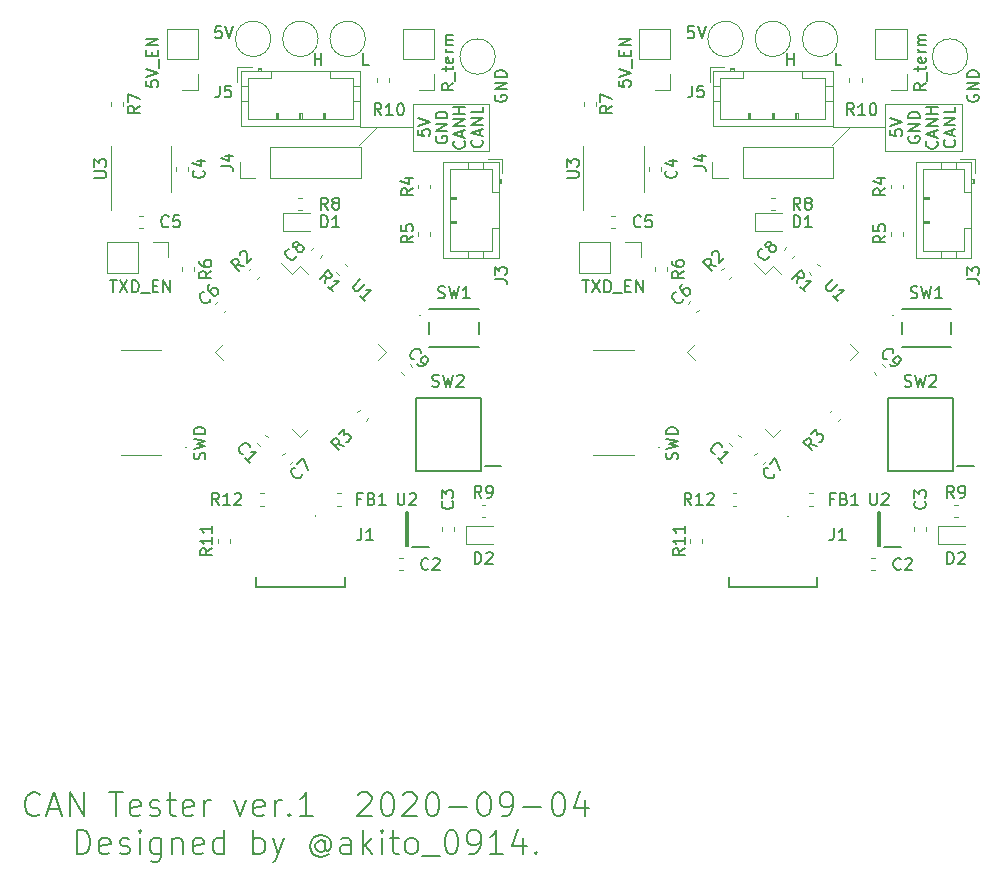
<source format=gto>
G04 #@! TF.GenerationSoftware,KiCad,Pcbnew,(5.1.6)-1*
G04 #@! TF.CreationDate,2020-09-04T00:39:57+09:00*
G04 #@! TF.ProjectId,forMnu,666f724d-6e75-42e6-9b69-6361645f7063,rev?*
G04 #@! TF.SameCoordinates,Original*
G04 #@! TF.FileFunction,Legend,Top*
G04 #@! TF.FilePolarity,Positive*
%FSLAX46Y46*%
G04 Gerber Fmt 4.6, Leading zero omitted, Abs format (unit mm)*
G04 Created by KiCad (PCBNEW (5.1.6)-1) date 2020-09-04 00:39:57*
%MOMM*%
%LPD*%
G01*
G04 APERTURE LIST*
%ADD10C,0.200000*%
%ADD11C,0.150000*%
%ADD12C,0.120000*%
%ADD13C,0.100000*%
G04 APERTURE END LIST*
D10*
X7928571Y-93614285D02*
X7833333Y-93709523D01*
X7547619Y-93804761D01*
X7357142Y-93804761D01*
X7071428Y-93709523D01*
X6880952Y-93519047D01*
X6785714Y-93328571D01*
X6690476Y-92947619D01*
X6690476Y-92661904D01*
X6785714Y-92280952D01*
X6880952Y-92090476D01*
X7071428Y-91900000D01*
X7357142Y-91804761D01*
X7547619Y-91804761D01*
X7833333Y-91900000D01*
X7928571Y-91995238D01*
X8690476Y-93233333D02*
X9642857Y-93233333D01*
X8499999Y-93804761D02*
X9166666Y-91804761D01*
X9833333Y-93804761D01*
X10499999Y-93804761D02*
X10499999Y-91804761D01*
X11642857Y-93804761D01*
X11642857Y-91804761D01*
X13833333Y-91804761D02*
X14976190Y-91804761D01*
X14404761Y-93804761D02*
X14404761Y-91804761D01*
X16404761Y-93709523D02*
X16214285Y-93804761D01*
X15833333Y-93804761D01*
X15642857Y-93709523D01*
X15547619Y-93519047D01*
X15547619Y-92757142D01*
X15642857Y-92566666D01*
X15833333Y-92471428D01*
X16214285Y-92471428D01*
X16404761Y-92566666D01*
X16499999Y-92757142D01*
X16499999Y-92947619D01*
X15547619Y-93138095D01*
X17261904Y-93709523D02*
X17452380Y-93804761D01*
X17833333Y-93804761D01*
X18023809Y-93709523D01*
X18119047Y-93519047D01*
X18119047Y-93423809D01*
X18023809Y-93233333D01*
X17833333Y-93138095D01*
X17547619Y-93138095D01*
X17357142Y-93042857D01*
X17261904Y-92852380D01*
X17261904Y-92757142D01*
X17357142Y-92566666D01*
X17547619Y-92471428D01*
X17833333Y-92471428D01*
X18023809Y-92566666D01*
X18690476Y-92471428D02*
X19452380Y-92471428D01*
X18976190Y-91804761D02*
X18976190Y-93519047D01*
X19071428Y-93709523D01*
X19261904Y-93804761D01*
X19452380Y-93804761D01*
X20880952Y-93709523D02*
X20690476Y-93804761D01*
X20309523Y-93804761D01*
X20119047Y-93709523D01*
X20023809Y-93519047D01*
X20023809Y-92757142D01*
X20119047Y-92566666D01*
X20309523Y-92471428D01*
X20690476Y-92471428D01*
X20880952Y-92566666D01*
X20976190Y-92757142D01*
X20976190Y-92947619D01*
X20023809Y-93138095D01*
X21833333Y-93804761D02*
X21833333Y-92471428D01*
X21833333Y-92852380D02*
X21928571Y-92661904D01*
X22023809Y-92566666D01*
X22214285Y-92471428D01*
X22404761Y-92471428D01*
X24404761Y-92471428D02*
X24880952Y-93804761D01*
X25357142Y-92471428D01*
X26880952Y-93709523D02*
X26690476Y-93804761D01*
X26309523Y-93804761D01*
X26119047Y-93709523D01*
X26023809Y-93519047D01*
X26023809Y-92757142D01*
X26119047Y-92566666D01*
X26309523Y-92471428D01*
X26690476Y-92471428D01*
X26880952Y-92566666D01*
X26976190Y-92757142D01*
X26976190Y-92947619D01*
X26023809Y-93138095D01*
X27833333Y-93804761D02*
X27833333Y-92471428D01*
X27833333Y-92852380D02*
X27928571Y-92661904D01*
X28023809Y-92566666D01*
X28214285Y-92471428D01*
X28404761Y-92471428D01*
X29071428Y-93614285D02*
X29166666Y-93709523D01*
X29071428Y-93804761D01*
X28976190Y-93709523D01*
X29071428Y-93614285D01*
X29071428Y-93804761D01*
X31071428Y-93804761D02*
X29928571Y-93804761D01*
X30499999Y-93804761D02*
X30499999Y-91804761D01*
X30309523Y-92090476D01*
X30119047Y-92280952D01*
X29928571Y-92376190D01*
X34880952Y-91995238D02*
X34976190Y-91900000D01*
X35166666Y-91804761D01*
X35642857Y-91804761D01*
X35833333Y-91900000D01*
X35928571Y-91995238D01*
X36023809Y-92185714D01*
X36023809Y-92376190D01*
X35928571Y-92661904D01*
X34785714Y-93804761D01*
X36023809Y-93804761D01*
X37261904Y-91804761D02*
X37452380Y-91804761D01*
X37642857Y-91900000D01*
X37738095Y-91995238D01*
X37833333Y-92185714D01*
X37928571Y-92566666D01*
X37928571Y-93042857D01*
X37833333Y-93423809D01*
X37738095Y-93614285D01*
X37642857Y-93709523D01*
X37452380Y-93804761D01*
X37261904Y-93804761D01*
X37071428Y-93709523D01*
X36976190Y-93614285D01*
X36880952Y-93423809D01*
X36785714Y-93042857D01*
X36785714Y-92566666D01*
X36880952Y-92185714D01*
X36976190Y-91995238D01*
X37071428Y-91900000D01*
X37261904Y-91804761D01*
X38690476Y-91995238D02*
X38785714Y-91900000D01*
X38976190Y-91804761D01*
X39452380Y-91804761D01*
X39642857Y-91900000D01*
X39738095Y-91995238D01*
X39833333Y-92185714D01*
X39833333Y-92376190D01*
X39738095Y-92661904D01*
X38595238Y-93804761D01*
X39833333Y-93804761D01*
X41071428Y-91804761D02*
X41261904Y-91804761D01*
X41452380Y-91900000D01*
X41547619Y-91995238D01*
X41642857Y-92185714D01*
X41738095Y-92566666D01*
X41738095Y-93042857D01*
X41642857Y-93423809D01*
X41547619Y-93614285D01*
X41452380Y-93709523D01*
X41261904Y-93804761D01*
X41071428Y-93804761D01*
X40880952Y-93709523D01*
X40785714Y-93614285D01*
X40690476Y-93423809D01*
X40595238Y-93042857D01*
X40595238Y-92566666D01*
X40690476Y-92185714D01*
X40785714Y-91995238D01*
X40880952Y-91900000D01*
X41071428Y-91804761D01*
X42595238Y-93042857D02*
X44119047Y-93042857D01*
X45452380Y-91804761D02*
X45642857Y-91804761D01*
X45833333Y-91900000D01*
X45928571Y-91995238D01*
X46023809Y-92185714D01*
X46119047Y-92566666D01*
X46119047Y-93042857D01*
X46023809Y-93423809D01*
X45928571Y-93614285D01*
X45833333Y-93709523D01*
X45642857Y-93804761D01*
X45452380Y-93804761D01*
X45261904Y-93709523D01*
X45166666Y-93614285D01*
X45071428Y-93423809D01*
X44976190Y-93042857D01*
X44976190Y-92566666D01*
X45071428Y-92185714D01*
X45166666Y-91995238D01*
X45261904Y-91900000D01*
X45452380Y-91804761D01*
X47071428Y-93804761D02*
X47452380Y-93804761D01*
X47642857Y-93709523D01*
X47738095Y-93614285D01*
X47928571Y-93328571D01*
X48023809Y-92947619D01*
X48023809Y-92185714D01*
X47928571Y-91995238D01*
X47833333Y-91900000D01*
X47642857Y-91804761D01*
X47261904Y-91804761D01*
X47071428Y-91900000D01*
X46976190Y-91995238D01*
X46880952Y-92185714D01*
X46880952Y-92661904D01*
X46976190Y-92852380D01*
X47071428Y-92947619D01*
X47261904Y-93042857D01*
X47642857Y-93042857D01*
X47833333Y-92947619D01*
X47928571Y-92852380D01*
X48023809Y-92661904D01*
X48880952Y-93042857D02*
X50404761Y-93042857D01*
X51738095Y-91804761D02*
X51928571Y-91804761D01*
X52119047Y-91900000D01*
X52214285Y-91995238D01*
X52309523Y-92185714D01*
X52404761Y-92566666D01*
X52404761Y-93042857D01*
X52309523Y-93423809D01*
X52214285Y-93614285D01*
X52119047Y-93709523D01*
X51928571Y-93804761D01*
X51738095Y-93804761D01*
X51547619Y-93709523D01*
X51452380Y-93614285D01*
X51357142Y-93423809D01*
X51261904Y-93042857D01*
X51261904Y-92566666D01*
X51357142Y-92185714D01*
X51452380Y-91995238D01*
X51547619Y-91900000D01*
X51738095Y-91804761D01*
X54119047Y-92471428D02*
X54119047Y-93804761D01*
X53642857Y-91709523D02*
X53166666Y-93138095D01*
X54404761Y-93138095D01*
X11071428Y-97004761D02*
X11071428Y-95004761D01*
X11547619Y-95004761D01*
X11833333Y-95100000D01*
X12023809Y-95290476D01*
X12119047Y-95480952D01*
X12214285Y-95861904D01*
X12214285Y-96147619D01*
X12119047Y-96528571D01*
X12023809Y-96719047D01*
X11833333Y-96909523D01*
X11547619Y-97004761D01*
X11071428Y-97004761D01*
X13833333Y-96909523D02*
X13642857Y-97004761D01*
X13261904Y-97004761D01*
X13071428Y-96909523D01*
X12976190Y-96719047D01*
X12976190Y-95957142D01*
X13071428Y-95766666D01*
X13261904Y-95671428D01*
X13642857Y-95671428D01*
X13833333Y-95766666D01*
X13928571Y-95957142D01*
X13928571Y-96147619D01*
X12976190Y-96338095D01*
X14690476Y-96909523D02*
X14880952Y-97004761D01*
X15261904Y-97004761D01*
X15452380Y-96909523D01*
X15547619Y-96719047D01*
X15547619Y-96623809D01*
X15452380Y-96433333D01*
X15261904Y-96338095D01*
X14976190Y-96338095D01*
X14785714Y-96242857D01*
X14690476Y-96052380D01*
X14690476Y-95957142D01*
X14785714Y-95766666D01*
X14976190Y-95671428D01*
X15261904Y-95671428D01*
X15452380Y-95766666D01*
X16404761Y-97004761D02*
X16404761Y-95671428D01*
X16404761Y-95004761D02*
X16309523Y-95100000D01*
X16404761Y-95195238D01*
X16499999Y-95100000D01*
X16404761Y-95004761D01*
X16404761Y-95195238D01*
X18214285Y-95671428D02*
X18214285Y-97290476D01*
X18119047Y-97480952D01*
X18023809Y-97576190D01*
X17833333Y-97671428D01*
X17547619Y-97671428D01*
X17357142Y-97576190D01*
X18214285Y-96909523D02*
X18023809Y-97004761D01*
X17642857Y-97004761D01*
X17452380Y-96909523D01*
X17357142Y-96814285D01*
X17261904Y-96623809D01*
X17261904Y-96052380D01*
X17357142Y-95861904D01*
X17452380Y-95766666D01*
X17642857Y-95671428D01*
X18023809Y-95671428D01*
X18214285Y-95766666D01*
X19166666Y-95671428D02*
X19166666Y-97004761D01*
X19166666Y-95861904D02*
X19261904Y-95766666D01*
X19452380Y-95671428D01*
X19738095Y-95671428D01*
X19928571Y-95766666D01*
X20023809Y-95957142D01*
X20023809Y-97004761D01*
X21738095Y-96909523D02*
X21547619Y-97004761D01*
X21166666Y-97004761D01*
X20976190Y-96909523D01*
X20880952Y-96719047D01*
X20880952Y-95957142D01*
X20976190Y-95766666D01*
X21166666Y-95671428D01*
X21547619Y-95671428D01*
X21738095Y-95766666D01*
X21833333Y-95957142D01*
X21833333Y-96147619D01*
X20880952Y-96338095D01*
X23547619Y-97004761D02*
X23547619Y-95004761D01*
X23547619Y-96909523D02*
X23357142Y-97004761D01*
X22976190Y-97004761D01*
X22785714Y-96909523D01*
X22690476Y-96814285D01*
X22595238Y-96623809D01*
X22595238Y-96052380D01*
X22690476Y-95861904D01*
X22785714Y-95766666D01*
X22976190Y-95671428D01*
X23357142Y-95671428D01*
X23547619Y-95766666D01*
X26023809Y-97004761D02*
X26023809Y-95004761D01*
X26023809Y-95766666D02*
X26214285Y-95671428D01*
X26595238Y-95671428D01*
X26785714Y-95766666D01*
X26880952Y-95861904D01*
X26976190Y-96052380D01*
X26976190Y-96623809D01*
X26880952Y-96814285D01*
X26785714Y-96909523D01*
X26595238Y-97004761D01*
X26214285Y-97004761D01*
X26023809Y-96909523D01*
X27642857Y-95671428D02*
X28119047Y-97004761D01*
X28595238Y-95671428D02*
X28119047Y-97004761D01*
X27928571Y-97480952D01*
X27833333Y-97576190D01*
X27642857Y-97671428D01*
X32119047Y-96052380D02*
X32023809Y-95957142D01*
X31833333Y-95861904D01*
X31642857Y-95861904D01*
X31452380Y-95957142D01*
X31357142Y-96052380D01*
X31261904Y-96242857D01*
X31261904Y-96433333D01*
X31357142Y-96623809D01*
X31452380Y-96719047D01*
X31642857Y-96814285D01*
X31833333Y-96814285D01*
X32023809Y-96719047D01*
X32119047Y-96623809D01*
X32119047Y-95861904D02*
X32119047Y-96623809D01*
X32214285Y-96719047D01*
X32309523Y-96719047D01*
X32499999Y-96623809D01*
X32595238Y-96433333D01*
X32595238Y-95957142D01*
X32404761Y-95671428D01*
X32119047Y-95480952D01*
X31738095Y-95385714D01*
X31357142Y-95480952D01*
X31071428Y-95671428D01*
X30880952Y-95957142D01*
X30785714Y-96338095D01*
X30880952Y-96719047D01*
X31071428Y-97004761D01*
X31357142Y-97195238D01*
X31738095Y-97290476D01*
X32119047Y-97195238D01*
X32404761Y-97004761D01*
X34309523Y-97004761D02*
X34309523Y-95957142D01*
X34214285Y-95766666D01*
X34023809Y-95671428D01*
X33642857Y-95671428D01*
X33452380Y-95766666D01*
X34309523Y-96909523D02*
X34119047Y-97004761D01*
X33642857Y-97004761D01*
X33452380Y-96909523D01*
X33357142Y-96719047D01*
X33357142Y-96528571D01*
X33452380Y-96338095D01*
X33642857Y-96242857D01*
X34119047Y-96242857D01*
X34309523Y-96147619D01*
X35261904Y-97004761D02*
X35261904Y-95004761D01*
X35452380Y-96242857D02*
X36023809Y-97004761D01*
X36023809Y-95671428D02*
X35261904Y-96433333D01*
X36880952Y-97004761D02*
X36880952Y-95671428D01*
X36880952Y-95004761D02*
X36785714Y-95100000D01*
X36880952Y-95195238D01*
X36976190Y-95100000D01*
X36880952Y-95004761D01*
X36880952Y-95195238D01*
X37547619Y-95671428D02*
X38309523Y-95671428D01*
X37833333Y-95004761D02*
X37833333Y-96719047D01*
X37928571Y-96909523D01*
X38119047Y-97004761D01*
X38309523Y-97004761D01*
X39261904Y-97004761D02*
X39071428Y-96909523D01*
X38976190Y-96814285D01*
X38880952Y-96623809D01*
X38880952Y-96052380D01*
X38976190Y-95861904D01*
X39071428Y-95766666D01*
X39261904Y-95671428D01*
X39547619Y-95671428D01*
X39738095Y-95766666D01*
X39833333Y-95861904D01*
X39928571Y-96052380D01*
X39928571Y-96623809D01*
X39833333Y-96814285D01*
X39738095Y-96909523D01*
X39547619Y-97004761D01*
X39261904Y-97004761D01*
X40309523Y-97195238D02*
X41833333Y-97195238D01*
X42690476Y-95004761D02*
X42880952Y-95004761D01*
X43071428Y-95100000D01*
X43166666Y-95195238D01*
X43261904Y-95385714D01*
X43357142Y-95766666D01*
X43357142Y-96242857D01*
X43261904Y-96623809D01*
X43166666Y-96814285D01*
X43071428Y-96909523D01*
X42880952Y-97004761D01*
X42690476Y-97004761D01*
X42500000Y-96909523D01*
X42404761Y-96814285D01*
X42309523Y-96623809D01*
X42214285Y-96242857D01*
X42214285Y-95766666D01*
X42309523Y-95385714D01*
X42404761Y-95195238D01*
X42500000Y-95100000D01*
X42690476Y-95004761D01*
X44309523Y-97004761D02*
X44690476Y-97004761D01*
X44880952Y-96909523D01*
X44976190Y-96814285D01*
X45166666Y-96528571D01*
X45261904Y-96147619D01*
X45261904Y-95385714D01*
X45166666Y-95195238D01*
X45071428Y-95100000D01*
X44880952Y-95004761D01*
X44500000Y-95004761D01*
X44309523Y-95100000D01*
X44214285Y-95195238D01*
X44119047Y-95385714D01*
X44119047Y-95861904D01*
X44214285Y-96052380D01*
X44309523Y-96147619D01*
X44500000Y-96242857D01*
X44880952Y-96242857D01*
X45071428Y-96147619D01*
X45166666Y-96052380D01*
X45261904Y-95861904D01*
X47166666Y-97004761D02*
X46023809Y-97004761D01*
X46595238Y-97004761D02*
X46595238Y-95004761D01*
X46404761Y-95290476D01*
X46214285Y-95480952D01*
X46023809Y-95576190D01*
X48880952Y-95671428D02*
X48880952Y-97004761D01*
X48404761Y-94909523D02*
X47928571Y-96338095D01*
X49166666Y-96338095D01*
X49928571Y-96814285D02*
X50023809Y-96909523D01*
X49928571Y-97004761D01*
X49833333Y-96909523D01*
X49928571Y-96814285D01*
X49928571Y-97004761D01*
D11*
X79952380Y-35690476D02*
X79952380Y-36166666D01*
X80428571Y-36214285D01*
X80380952Y-36166666D01*
X80333333Y-36071428D01*
X80333333Y-35833333D01*
X80380952Y-35738095D01*
X80428571Y-35690476D01*
X80523809Y-35642857D01*
X80761904Y-35642857D01*
X80857142Y-35690476D01*
X80904761Y-35738095D01*
X80952380Y-35833333D01*
X80952380Y-36071428D01*
X80904761Y-36166666D01*
X80857142Y-36214285D01*
X79952380Y-35357142D02*
X80952380Y-35023809D01*
X79952380Y-34690476D01*
X85357142Y-36547619D02*
X85404761Y-36595238D01*
X85452380Y-36738095D01*
X85452380Y-36833333D01*
X85404761Y-36976190D01*
X85309523Y-37071428D01*
X85214285Y-37119047D01*
X85023809Y-37166666D01*
X84880952Y-37166666D01*
X84690476Y-37119047D01*
X84595238Y-37071428D01*
X84500000Y-36976190D01*
X84452380Y-36833333D01*
X84452380Y-36738095D01*
X84500000Y-36595238D01*
X84547619Y-36547619D01*
X85166666Y-36166666D02*
X85166666Y-35690476D01*
X85452380Y-36261904D02*
X84452380Y-35928571D01*
X85452380Y-35595238D01*
X85452380Y-35261904D02*
X84452380Y-35261904D01*
X85452380Y-34690476D01*
X84452380Y-34690476D01*
X85452380Y-33738095D02*
X85452380Y-34214285D01*
X84452380Y-34214285D01*
X83857142Y-36666666D02*
X83904761Y-36714285D01*
X83952380Y-36857142D01*
X83952380Y-36952380D01*
X83904761Y-37095238D01*
X83809523Y-37190476D01*
X83714285Y-37238095D01*
X83523809Y-37285714D01*
X83380952Y-37285714D01*
X83190476Y-37238095D01*
X83095238Y-37190476D01*
X83000000Y-37095238D01*
X82952380Y-36952380D01*
X82952380Y-36857142D01*
X83000000Y-36714285D01*
X83047619Y-36666666D01*
X83666666Y-36285714D02*
X83666666Y-35809523D01*
X83952380Y-36380952D02*
X82952380Y-36047619D01*
X83952380Y-35714285D01*
X83952380Y-35380952D02*
X82952380Y-35380952D01*
X83952380Y-34809523D01*
X82952380Y-34809523D01*
X83952380Y-34333333D02*
X82952380Y-34333333D01*
X83428571Y-34333333D02*
X83428571Y-33761904D01*
X83952380Y-33761904D02*
X82952380Y-33761904D01*
X81500000Y-36261904D02*
X81452380Y-36357142D01*
X81452380Y-36500000D01*
X81500000Y-36642857D01*
X81595238Y-36738095D01*
X81690476Y-36785714D01*
X81880952Y-36833333D01*
X82023809Y-36833333D01*
X82214285Y-36785714D01*
X82309523Y-36738095D01*
X82404761Y-36642857D01*
X82452380Y-36500000D01*
X82452380Y-36404761D01*
X82404761Y-36261904D01*
X82357142Y-36214285D01*
X82023809Y-36214285D01*
X82023809Y-36404761D01*
X82452380Y-35785714D02*
X81452380Y-35785714D01*
X82452380Y-35214285D01*
X81452380Y-35214285D01*
X82452380Y-34738095D02*
X81452380Y-34738095D01*
X81452380Y-34500000D01*
X81500000Y-34357142D01*
X81595238Y-34261904D01*
X81690476Y-34214285D01*
X81880952Y-34166666D01*
X82023809Y-34166666D01*
X82214285Y-34214285D01*
X82309523Y-34261904D01*
X82404761Y-34357142D01*
X82452380Y-34500000D01*
X82452380Y-34738095D01*
D12*
X86000000Y-37500000D02*
X79500000Y-37500000D01*
X75000000Y-37000000D02*
X76500000Y-35500000D01*
X79500000Y-37500000D02*
X79500000Y-33500000D01*
X79500000Y-33500000D02*
X86000000Y-33500000D01*
X86000000Y-33500000D02*
X86000000Y-37500000D01*
X79500000Y-35500000D02*
X75060000Y-35500000D01*
X35000000Y-37000000D02*
X36500000Y-35500000D01*
X39500000Y-35500000D02*
X35060000Y-35500000D01*
X39500000Y-37500000D02*
X39500000Y-33500000D01*
X46000000Y-37500000D02*
X39500000Y-37500000D01*
X46000000Y-33500000D02*
X46000000Y-37500000D01*
X39500000Y-33500000D02*
X46000000Y-33500000D01*
D11*
X39952380Y-35690476D02*
X39952380Y-36166666D01*
X40428571Y-36214285D01*
X40380952Y-36166666D01*
X40333333Y-36071428D01*
X40333333Y-35833333D01*
X40380952Y-35738095D01*
X40428571Y-35690476D01*
X40523809Y-35642857D01*
X40761904Y-35642857D01*
X40857142Y-35690476D01*
X40904761Y-35738095D01*
X40952380Y-35833333D01*
X40952380Y-36071428D01*
X40904761Y-36166666D01*
X40857142Y-36214285D01*
X39952380Y-35357142D02*
X40952380Y-35023809D01*
X39952380Y-34690476D01*
X41500000Y-36261904D02*
X41452380Y-36357142D01*
X41452380Y-36500000D01*
X41500000Y-36642857D01*
X41595238Y-36738095D01*
X41690476Y-36785714D01*
X41880952Y-36833333D01*
X42023809Y-36833333D01*
X42214285Y-36785714D01*
X42309523Y-36738095D01*
X42404761Y-36642857D01*
X42452380Y-36500000D01*
X42452380Y-36404761D01*
X42404761Y-36261904D01*
X42357142Y-36214285D01*
X42023809Y-36214285D01*
X42023809Y-36404761D01*
X42452380Y-35785714D02*
X41452380Y-35785714D01*
X42452380Y-35214285D01*
X41452380Y-35214285D01*
X42452380Y-34738095D02*
X41452380Y-34738095D01*
X41452380Y-34500000D01*
X41500000Y-34357142D01*
X41595238Y-34261904D01*
X41690476Y-34214285D01*
X41880952Y-34166666D01*
X42023809Y-34166666D01*
X42214285Y-34214285D01*
X42309523Y-34261904D01*
X42404761Y-34357142D01*
X42452380Y-34500000D01*
X42452380Y-34738095D01*
X45357142Y-36547619D02*
X45404761Y-36595238D01*
X45452380Y-36738095D01*
X45452380Y-36833333D01*
X45404761Y-36976190D01*
X45309523Y-37071428D01*
X45214285Y-37119047D01*
X45023809Y-37166666D01*
X44880952Y-37166666D01*
X44690476Y-37119047D01*
X44595238Y-37071428D01*
X44500000Y-36976190D01*
X44452380Y-36833333D01*
X44452380Y-36738095D01*
X44500000Y-36595238D01*
X44547619Y-36547619D01*
X45166666Y-36166666D02*
X45166666Y-35690476D01*
X45452380Y-36261904D02*
X44452380Y-35928571D01*
X45452380Y-35595238D01*
X45452380Y-35261904D02*
X44452380Y-35261904D01*
X45452380Y-34690476D01*
X44452380Y-34690476D01*
X45452380Y-33738095D02*
X45452380Y-34214285D01*
X44452380Y-34214285D01*
X43857142Y-36666666D02*
X43904761Y-36714285D01*
X43952380Y-36857142D01*
X43952380Y-36952380D01*
X43904761Y-37095238D01*
X43809523Y-37190476D01*
X43714285Y-37238095D01*
X43523809Y-37285714D01*
X43380952Y-37285714D01*
X43190476Y-37238095D01*
X43095238Y-37190476D01*
X43000000Y-37095238D01*
X42952380Y-36952380D01*
X42952380Y-36857142D01*
X43000000Y-36714285D01*
X43047619Y-36666666D01*
X43666666Y-36285714D02*
X43666666Y-35809523D01*
X43952380Y-36380952D02*
X42952380Y-36047619D01*
X43952380Y-35714285D01*
X43952380Y-35380952D02*
X42952380Y-35380952D01*
X43952380Y-34809523D01*
X42952380Y-34809523D01*
X43952380Y-34333333D02*
X42952380Y-34333333D01*
X43428571Y-34333333D02*
X43428571Y-33761904D01*
X43952380Y-33761904D02*
X42952380Y-33761904D01*
D12*
X73412779Y-67510000D02*
X73087221Y-67510000D01*
X73412779Y-66490000D02*
X73087221Y-66490000D01*
X78337221Y-73010000D02*
X78662779Y-73010000D01*
X78337221Y-71990000D02*
X78662779Y-71990000D01*
X67035582Y-61516394D02*
X67265787Y-61746599D01*
X66314333Y-62237643D02*
X66544538Y-62467848D01*
X75130000Y-39790000D02*
X75130000Y-37130000D01*
X67450000Y-39790000D02*
X75130000Y-39790000D01*
X67450000Y-37130000D02*
X75130000Y-37130000D01*
X67450000Y-39790000D02*
X67450000Y-37130000D01*
X66180000Y-39790000D02*
X64850000Y-39790000D01*
X64850000Y-39790000D02*
X64850000Y-38460000D01*
X60510000Y-38837221D02*
X60510000Y-39162779D01*
X59490000Y-38837221D02*
X59490000Y-39162779D01*
X86810000Y-38440000D02*
X82090000Y-38440000D01*
X82090000Y-38440000D02*
X82090000Y-46560000D01*
X82090000Y-46560000D02*
X86810000Y-46560000D01*
X86810000Y-46560000D02*
X86810000Y-38440000D01*
X86810000Y-40200000D02*
X87010000Y-40200000D01*
X87010000Y-40200000D02*
X87010000Y-39900000D01*
X87010000Y-39900000D02*
X86810000Y-39900000D01*
X86910000Y-40200000D02*
X86910000Y-39900000D01*
X86810000Y-41000000D02*
X86200000Y-41000000D01*
X86200000Y-41000000D02*
X86200000Y-39050000D01*
X86200000Y-39050000D02*
X82700000Y-39050000D01*
X82700000Y-39050000D02*
X82700000Y-45950000D01*
X82700000Y-45950000D02*
X86200000Y-45950000D01*
X86200000Y-45950000D02*
X86200000Y-44000000D01*
X86200000Y-44000000D02*
X86810000Y-44000000D01*
X85500000Y-38440000D02*
X85500000Y-39050000D01*
X84200000Y-38440000D02*
X84200000Y-39050000D01*
X85500000Y-46560000D02*
X85500000Y-45950000D01*
X84200000Y-46560000D02*
X84200000Y-45950000D01*
X82700000Y-41400000D02*
X83200000Y-41400000D01*
X83200000Y-41400000D02*
X83200000Y-41600000D01*
X83200000Y-41600000D02*
X82700000Y-41600000D01*
X82700000Y-41500000D02*
X83200000Y-41500000D01*
X82700000Y-43400000D02*
X83200000Y-43400000D01*
X83200000Y-43400000D02*
X83200000Y-43600000D01*
X83200000Y-43600000D02*
X82700000Y-43600000D01*
X82700000Y-43500000D02*
X83200000Y-43500000D01*
X87110000Y-39390000D02*
X87110000Y-38140000D01*
X87110000Y-38140000D02*
X85860000Y-38140000D01*
X83010000Y-69337221D02*
X83010000Y-69662779D01*
X81990000Y-69337221D02*
X81990000Y-69662779D01*
X69328249Y-61054880D02*
X70000000Y-61726631D01*
X70000000Y-61726631D02*
X70671751Y-61054880D01*
X63445120Y-55171751D02*
X62773369Y-54500000D01*
X62773369Y-54500000D02*
X63445120Y-53828249D01*
X76554880Y-53828249D02*
X77226631Y-54500000D01*
X77226631Y-54500000D02*
X76554880Y-55171751D01*
X70671751Y-47945120D02*
X70000000Y-47273369D01*
X70000000Y-47273369D02*
X69328249Y-47945120D01*
X69328249Y-47945120D02*
X68380725Y-46997597D01*
X86300000Y-69265000D02*
X84015000Y-69265000D01*
X84015000Y-69265000D02*
X84015000Y-70735000D01*
X84015000Y-70735000D02*
X86300000Y-70735000D01*
X56662779Y-44010000D02*
X56337221Y-44010000D01*
X56662779Y-42990000D02*
X56337221Y-42990000D01*
D13*
X54785000Y-54305000D02*
X58215000Y-54305000D01*
X58215000Y-63195000D02*
X54785000Y-63195000D01*
D10*
X60335000Y-62585000D02*
G75*
G03*
X60335000Y-62585000I-50000J0D01*
G01*
D12*
X68515000Y-44235000D02*
X70800000Y-44235000D01*
X68515000Y-42765000D02*
X68515000Y-44235000D01*
X70800000Y-42765000D02*
X68515000Y-42765000D01*
D10*
X66250000Y-74400000D02*
X73750000Y-74400000D01*
X66250000Y-74400000D02*
X66250000Y-73525000D01*
X73750000Y-74400000D02*
X73750000Y-73525000D01*
X71287000Y-68409000D02*
G75*
G03*
X71287000Y-68409000I-34000J0D01*
G01*
D12*
X67500000Y-28000000D02*
G75*
G03*
X67500000Y-28000000I-1500000J0D01*
G01*
X64010000Y-70662779D02*
X64010000Y-70337221D01*
X62990000Y-70662779D02*
X62990000Y-70337221D01*
X79245522Y-55524273D02*
X79475727Y-55754478D01*
X78524273Y-56245522D02*
X78754478Y-56475727D01*
X86500000Y-29500000D02*
G75*
G03*
X86500000Y-29500000I-1500000J0D01*
G01*
X63500048Y-51154140D02*
X63730253Y-50923935D01*
X62778799Y-50432891D02*
X63009004Y-50202686D01*
X69387107Y-63745522D02*
X69156902Y-63975727D01*
X68665858Y-63024273D02*
X68435653Y-63254478D01*
X59060000Y-39000000D02*
X59060000Y-37050000D01*
X59060000Y-39000000D02*
X59060000Y-40950000D01*
X53940000Y-39000000D02*
X53940000Y-37050000D01*
X53940000Y-39000000D02*
X53940000Y-42450000D01*
D10*
X79100000Y-70950000D02*
X78900000Y-70950000D01*
X78900000Y-70950000D02*
X78900000Y-68050000D01*
X78900000Y-68050000D02*
X79100000Y-68050000D01*
X79100000Y-68050000D02*
X79100000Y-70950000D01*
X80850000Y-71000000D02*
X79450000Y-71000000D01*
D12*
X66912779Y-67510000D02*
X66587221Y-67510000D01*
X66912779Y-66490000D02*
X66587221Y-66490000D01*
X71631776Y-46557946D02*
X71861981Y-46327741D01*
X70910527Y-45836697D02*
X71140732Y-45606492D01*
X77510000Y-31337221D02*
X77510000Y-31662779D01*
X76490000Y-31337221D02*
X76490000Y-31662779D01*
X53630000Y-45170000D02*
X53630000Y-47830000D01*
X56230000Y-45170000D02*
X53630000Y-45170000D01*
X56230000Y-47830000D02*
X53630000Y-47830000D01*
X56230000Y-45170000D02*
X56230000Y-47830000D01*
X57500000Y-45170000D02*
X58830000Y-45170000D01*
X58830000Y-45170000D02*
X58830000Y-46500000D01*
X75520863Y-60346528D02*
X75751068Y-60116323D01*
X74799614Y-59625279D02*
X75029819Y-59395074D01*
X65837431Y-47374259D02*
X65607226Y-47604464D01*
X66558680Y-48095508D02*
X66328475Y-48325713D01*
X53990000Y-33337221D02*
X53990000Y-33662779D01*
X55010000Y-33337221D02*
X55010000Y-33662779D01*
X81010000Y-44662779D02*
X81010000Y-44337221D01*
X79990000Y-44662779D02*
X79990000Y-44337221D01*
X61010000Y-47662779D02*
X61010000Y-47337221D01*
X59990000Y-47662779D02*
X59990000Y-47337221D01*
X81010000Y-40662779D02*
X81010000Y-40337221D01*
X79990000Y-40662779D02*
X79990000Y-40337221D01*
X81330000Y-27130000D02*
X78670000Y-27130000D01*
X81330000Y-29730000D02*
X81330000Y-27130000D01*
X78670000Y-29730000D02*
X78670000Y-27130000D01*
X81330000Y-29730000D02*
X78670000Y-29730000D01*
X81330000Y-31000000D02*
X81330000Y-32330000D01*
X81330000Y-32330000D02*
X80000000Y-32330000D01*
X73983301Y-47250910D02*
X73753096Y-47020705D01*
X73262052Y-47972159D02*
X73031847Y-47741954D01*
X61330000Y-32330000D02*
X60000000Y-32330000D01*
X61330000Y-31000000D02*
X61330000Y-32330000D01*
X61330000Y-29730000D02*
X58670000Y-29730000D01*
X58670000Y-29730000D02*
X58670000Y-27130000D01*
X61330000Y-29730000D02*
X61330000Y-27130000D01*
X61330000Y-27130000D02*
X58670000Y-27130000D01*
X85662779Y-67490000D02*
X85337221Y-67490000D01*
X85662779Y-68510000D02*
X85337221Y-68510000D01*
X75500000Y-28000000D02*
G75*
G03*
X75500000Y-28000000I-1500000J0D01*
G01*
X70162779Y-42510000D02*
X69837221Y-42510000D01*
X70162779Y-41490000D02*
X69837221Y-41490000D01*
X64940000Y-30690000D02*
X64940000Y-35410000D01*
X64940000Y-35410000D02*
X75060000Y-35410000D01*
X75060000Y-35410000D02*
X75060000Y-30690000D01*
X75060000Y-30690000D02*
X64940000Y-30690000D01*
X66700000Y-30690000D02*
X66700000Y-30490000D01*
X66700000Y-30490000D02*
X66400000Y-30490000D01*
X66400000Y-30490000D02*
X66400000Y-30690000D01*
X66700000Y-30590000D02*
X66400000Y-30590000D01*
X67500000Y-30690000D02*
X67500000Y-31300000D01*
X67500000Y-31300000D02*
X65550000Y-31300000D01*
X65550000Y-31300000D02*
X65550000Y-34800000D01*
X65550000Y-34800000D02*
X74450000Y-34800000D01*
X74450000Y-34800000D02*
X74450000Y-31300000D01*
X74450000Y-31300000D02*
X72500000Y-31300000D01*
X72500000Y-31300000D02*
X72500000Y-30690000D01*
X64940000Y-32000000D02*
X65550000Y-32000000D01*
X64940000Y-33300000D02*
X65550000Y-33300000D01*
X75060000Y-32000000D02*
X74450000Y-32000000D01*
X75060000Y-33300000D02*
X74450000Y-33300000D01*
X67900000Y-34800000D02*
X67900000Y-34300000D01*
X67900000Y-34300000D02*
X68100000Y-34300000D01*
X68100000Y-34300000D02*
X68100000Y-34800000D01*
X68000000Y-34800000D02*
X68000000Y-34300000D01*
X69900000Y-34800000D02*
X69900000Y-34300000D01*
X69900000Y-34300000D02*
X70100000Y-34300000D01*
X70100000Y-34300000D02*
X70100000Y-34800000D01*
X70000000Y-34800000D02*
X70000000Y-34300000D01*
X71900000Y-34800000D02*
X71900000Y-34300000D01*
X71900000Y-34300000D02*
X72100000Y-34300000D01*
X72100000Y-34300000D02*
X72100000Y-34800000D01*
X72000000Y-34800000D02*
X72000000Y-34300000D01*
X65890000Y-30390000D02*
X64640000Y-30390000D01*
X64640000Y-30390000D02*
X64640000Y-31640000D01*
X71500000Y-28000000D02*
G75*
G03*
X71500000Y-28000000I-1500000J0D01*
G01*
D10*
X85250000Y-64605000D02*
X79750000Y-64605000D01*
X79750000Y-64605000D02*
X79750000Y-58395000D01*
X79750000Y-58395000D02*
X85250000Y-58395000D01*
X85250000Y-58395000D02*
X85250000Y-64605000D01*
X87025000Y-64130000D02*
X85600000Y-64130000D01*
X80147370Y-51411000D02*
G75*
G03*
X80147370Y-51411000I-53370J0D01*
G01*
X85100000Y-52000000D02*
X85100000Y-53000000D01*
X80900000Y-52000000D02*
X80900000Y-53000000D01*
X85100000Y-54100000D02*
X80900000Y-54100000D01*
X80900000Y-50900000D02*
X85100000Y-50900000D01*
D13*
X14785000Y-54305000D02*
X18215000Y-54305000D01*
X18215000Y-63195000D02*
X14785000Y-63195000D01*
D10*
X20335000Y-62585000D02*
G75*
G03*
X20335000Y-62585000I-50000J0D01*
G01*
D12*
X29328249Y-61054880D02*
X30000000Y-61726631D01*
X30000000Y-61726631D02*
X30671751Y-61054880D01*
X23445120Y-55171751D02*
X22773369Y-54500000D01*
X22773369Y-54500000D02*
X23445120Y-53828249D01*
X36554880Y-53828249D02*
X37226631Y-54500000D01*
X37226631Y-54500000D02*
X36554880Y-55171751D01*
X30671751Y-47945120D02*
X30000000Y-47273369D01*
X30000000Y-47273369D02*
X29328249Y-47945120D01*
X29328249Y-47945120D02*
X28380725Y-46997597D01*
X27035582Y-61516394D02*
X27265787Y-61746599D01*
X26314333Y-62237643D02*
X26544538Y-62467848D01*
X38337221Y-73010000D02*
X38662779Y-73010000D01*
X38337221Y-71990000D02*
X38662779Y-71990000D01*
X43010000Y-69337221D02*
X43010000Y-69662779D01*
X41990000Y-69337221D02*
X41990000Y-69662779D01*
X20510000Y-38837221D02*
X20510000Y-39162779D01*
X19490000Y-38837221D02*
X19490000Y-39162779D01*
X16662779Y-44010000D02*
X16337221Y-44010000D01*
X16662779Y-42990000D02*
X16337221Y-42990000D01*
X28515000Y-44235000D02*
X30800000Y-44235000D01*
X28515000Y-42765000D02*
X28515000Y-44235000D01*
X30800000Y-42765000D02*
X28515000Y-42765000D01*
X46300000Y-69265000D02*
X44015000Y-69265000D01*
X44015000Y-69265000D02*
X44015000Y-70735000D01*
X44015000Y-70735000D02*
X46300000Y-70735000D01*
X33412779Y-67510000D02*
X33087221Y-67510000D01*
X33412779Y-66490000D02*
X33087221Y-66490000D01*
D10*
X26250000Y-74400000D02*
X33750000Y-74400000D01*
X26250000Y-74400000D02*
X26250000Y-73525000D01*
X33750000Y-74400000D02*
X33750000Y-73525000D01*
X31287000Y-68409000D02*
G75*
G03*
X31287000Y-68409000I-34000J0D01*
G01*
D12*
X46810000Y-38440000D02*
X42090000Y-38440000D01*
X42090000Y-38440000D02*
X42090000Y-46560000D01*
X42090000Y-46560000D02*
X46810000Y-46560000D01*
X46810000Y-46560000D02*
X46810000Y-38440000D01*
X46810000Y-40200000D02*
X47010000Y-40200000D01*
X47010000Y-40200000D02*
X47010000Y-39900000D01*
X47010000Y-39900000D02*
X46810000Y-39900000D01*
X46910000Y-40200000D02*
X46910000Y-39900000D01*
X46810000Y-41000000D02*
X46200000Y-41000000D01*
X46200000Y-41000000D02*
X46200000Y-39050000D01*
X46200000Y-39050000D02*
X42700000Y-39050000D01*
X42700000Y-39050000D02*
X42700000Y-45950000D01*
X42700000Y-45950000D02*
X46200000Y-45950000D01*
X46200000Y-45950000D02*
X46200000Y-44000000D01*
X46200000Y-44000000D02*
X46810000Y-44000000D01*
X45500000Y-38440000D02*
X45500000Y-39050000D01*
X44200000Y-38440000D02*
X44200000Y-39050000D01*
X45500000Y-46560000D02*
X45500000Y-45950000D01*
X44200000Y-46560000D02*
X44200000Y-45950000D01*
X42700000Y-41400000D02*
X43200000Y-41400000D01*
X43200000Y-41400000D02*
X43200000Y-41600000D01*
X43200000Y-41600000D02*
X42700000Y-41600000D01*
X42700000Y-41500000D02*
X43200000Y-41500000D01*
X42700000Y-43400000D02*
X43200000Y-43400000D01*
X43200000Y-43400000D02*
X43200000Y-43600000D01*
X43200000Y-43600000D02*
X42700000Y-43600000D01*
X42700000Y-43500000D02*
X43200000Y-43500000D01*
X47110000Y-39390000D02*
X47110000Y-38140000D01*
X47110000Y-38140000D02*
X45860000Y-38140000D01*
X35130000Y-39790000D02*
X35130000Y-37130000D01*
X27450000Y-39790000D02*
X35130000Y-39790000D01*
X27450000Y-37130000D02*
X35130000Y-37130000D01*
X27450000Y-39790000D02*
X27450000Y-37130000D01*
X26180000Y-39790000D02*
X24850000Y-39790000D01*
X24850000Y-39790000D02*
X24850000Y-38460000D01*
X24940000Y-30690000D02*
X24940000Y-35410000D01*
X24940000Y-35410000D02*
X35060000Y-35410000D01*
X35060000Y-35410000D02*
X35060000Y-30690000D01*
X35060000Y-30690000D02*
X24940000Y-30690000D01*
X26700000Y-30690000D02*
X26700000Y-30490000D01*
X26700000Y-30490000D02*
X26400000Y-30490000D01*
X26400000Y-30490000D02*
X26400000Y-30690000D01*
X26700000Y-30590000D02*
X26400000Y-30590000D01*
X27500000Y-30690000D02*
X27500000Y-31300000D01*
X27500000Y-31300000D02*
X25550000Y-31300000D01*
X25550000Y-31300000D02*
X25550000Y-34800000D01*
X25550000Y-34800000D02*
X34450000Y-34800000D01*
X34450000Y-34800000D02*
X34450000Y-31300000D01*
X34450000Y-31300000D02*
X32500000Y-31300000D01*
X32500000Y-31300000D02*
X32500000Y-30690000D01*
X24940000Y-32000000D02*
X25550000Y-32000000D01*
X24940000Y-33300000D02*
X25550000Y-33300000D01*
X35060000Y-32000000D02*
X34450000Y-32000000D01*
X35060000Y-33300000D02*
X34450000Y-33300000D01*
X27900000Y-34800000D02*
X27900000Y-34300000D01*
X27900000Y-34300000D02*
X28100000Y-34300000D01*
X28100000Y-34300000D02*
X28100000Y-34800000D01*
X28000000Y-34800000D02*
X28000000Y-34300000D01*
X29900000Y-34800000D02*
X29900000Y-34300000D01*
X29900000Y-34300000D02*
X30100000Y-34300000D01*
X30100000Y-34300000D02*
X30100000Y-34800000D01*
X30000000Y-34800000D02*
X30000000Y-34300000D01*
X31900000Y-34800000D02*
X31900000Y-34300000D01*
X31900000Y-34300000D02*
X32100000Y-34300000D01*
X32100000Y-34300000D02*
X32100000Y-34800000D01*
X32000000Y-34800000D02*
X32000000Y-34300000D01*
X25890000Y-30390000D02*
X24640000Y-30390000D01*
X24640000Y-30390000D02*
X24640000Y-31640000D01*
X13630000Y-45170000D02*
X13630000Y-47830000D01*
X16230000Y-45170000D02*
X13630000Y-45170000D01*
X16230000Y-47830000D02*
X13630000Y-47830000D01*
X16230000Y-45170000D02*
X16230000Y-47830000D01*
X17500000Y-45170000D02*
X18830000Y-45170000D01*
X18830000Y-45170000D02*
X18830000Y-46500000D01*
X41330000Y-27130000D02*
X38670000Y-27130000D01*
X41330000Y-29730000D02*
X41330000Y-27130000D01*
X38670000Y-29730000D02*
X38670000Y-27130000D01*
X41330000Y-29730000D02*
X38670000Y-29730000D01*
X41330000Y-31000000D02*
X41330000Y-32330000D01*
X41330000Y-32330000D02*
X40000000Y-32330000D01*
X21330000Y-32330000D02*
X20000000Y-32330000D01*
X21330000Y-31000000D02*
X21330000Y-32330000D01*
X21330000Y-29730000D02*
X18670000Y-29730000D01*
X18670000Y-29730000D02*
X18670000Y-27130000D01*
X21330000Y-29730000D02*
X21330000Y-27130000D01*
X21330000Y-27130000D02*
X18670000Y-27130000D01*
X33983301Y-47250910D02*
X33753096Y-47020705D01*
X33262052Y-47972159D02*
X33031847Y-47741954D01*
X25837431Y-47374259D02*
X25607226Y-47604464D01*
X26558680Y-48095508D02*
X26328475Y-48325713D01*
X35520863Y-60346528D02*
X35751068Y-60116323D01*
X34799614Y-59625279D02*
X35029819Y-59395074D01*
X41010000Y-40662779D02*
X41010000Y-40337221D01*
X39990000Y-40662779D02*
X39990000Y-40337221D01*
X41010000Y-44662779D02*
X41010000Y-44337221D01*
X39990000Y-44662779D02*
X39990000Y-44337221D01*
X21010000Y-47662779D02*
X21010000Y-47337221D01*
X19990000Y-47662779D02*
X19990000Y-47337221D01*
X13990000Y-33337221D02*
X13990000Y-33662779D01*
X15010000Y-33337221D02*
X15010000Y-33662779D01*
X30162779Y-42510000D02*
X29837221Y-42510000D01*
X30162779Y-41490000D02*
X29837221Y-41490000D01*
X45662779Y-67490000D02*
X45337221Y-67490000D01*
X45662779Y-68510000D02*
X45337221Y-68510000D01*
X37510000Y-31337221D02*
X37510000Y-31662779D01*
X36490000Y-31337221D02*
X36490000Y-31662779D01*
D10*
X40147370Y-51411000D02*
G75*
G03*
X40147370Y-51411000I-53370J0D01*
G01*
X45100000Y-52000000D02*
X45100000Y-53000000D01*
X40900000Y-52000000D02*
X40900000Y-53000000D01*
X45100000Y-54100000D02*
X40900000Y-54100000D01*
X40900000Y-50900000D02*
X45100000Y-50900000D01*
X45250000Y-64605000D02*
X39750000Y-64605000D01*
X39750000Y-64605000D02*
X39750000Y-58395000D01*
X39750000Y-58395000D02*
X45250000Y-58395000D01*
X45250000Y-58395000D02*
X45250000Y-64605000D01*
X47025000Y-64130000D02*
X45600000Y-64130000D01*
D12*
X31500000Y-28000000D02*
G75*
G03*
X31500000Y-28000000I-1500000J0D01*
G01*
X35500000Y-28000000D02*
G75*
G03*
X35500000Y-28000000I-1500000J0D01*
G01*
X27500000Y-28000000D02*
G75*
G03*
X27500000Y-28000000I-1500000J0D01*
G01*
X46500000Y-29500000D02*
G75*
G03*
X46500000Y-29500000I-1500000J0D01*
G01*
X19060000Y-39000000D02*
X19060000Y-37050000D01*
X19060000Y-39000000D02*
X19060000Y-40950000D01*
X13940000Y-39000000D02*
X13940000Y-37050000D01*
X13940000Y-39000000D02*
X13940000Y-42450000D01*
X24010000Y-70662779D02*
X24010000Y-70337221D01*
X22990000Y-70662779D02*
X22990000Y-70337221D01*
X26912779Y-67510000D02*
X26587221Y-67510000D01*
X26912779Y-66490000D02*
X26587221Y-66490000D01*
D10*
X39100000Y-70950000D02*
X38900000Y-70950000D01*
X38900000Y-70950000D02*
X38900000Y-68050000D01*
X38900000Y-68050000D02*
X39100000Y-68050000D01*
X39100000Y-68050000D02*
X39100000Y-70950000D01*
X40850000Y-71000000D02*
X39450000Y-71000000D01*
D12*
X23500048Y-51154140D02*
X23730253Y-50923935D01*
X22778799Y-50432891D02*
X23009004Y-50202686D01*
X29387107Y-63745522D02*
X29156902Y-63975727D01*
X28665858Y-63024273D02*
X28435653Y-63254478D01*
X31631776Y-46557946D02*
X31861981Y-46327741D01*
X30910527Y-45836697D02*
X31140732Y-45606492D01*
X39245522Y-55524273D02*
X39475727Y-55754478D01*
X38524273Y-56245522D02*
X38754478Y-56475727D01*
D11*
X75166666Y-66928571D02*
X74833333Y-66928571D01*
X74833333Y-67452380D02*
X74833333Y-66452380D01*
X75309523Y-66452380D01*
X76023809Y-66928571D02*
X76166666Y-66976190D01*
X76214285Y-67023809D01*
X76261904Y-67119047D01*
X76261904Y-67261904D01*
X76214285Y-67357142D01*
X76166666Y-67404761D01*
X76071428Y-67452380D01*
X75690476Y-67452380D01*
X75690476Y-66452380D01*
X76023809Y-66452380D01*
X76119047Y-66500000D01*
X76166666Y-66547619D01*
X76214285Y-66642857D01*
X76214285Y-66738095D01*
X76166666Y-66833333D01*
X76119047Y-66880952D01*
X76023809Y-66928571D01*
X75690476Y-66928571D01*
X77214285Y-67452380D02*
X76642857Y-67452380D01*
X76928571Y-67452380D02*
X76928571Y-66452380D01*
X76833333Y-66595238D01*
X76738095Y-66690476D01*
X76642857Y-66738095D01*
X80833333Y-72857142D02*
X80785714Y-72904761D01*
X80642857Y-72952380D01*
X80547619Y-72952380D01*
X80404761Y-72904761D01*
X80309523Y-72809523D01*
X80261904Y-72714285D01*
X80214285Y-72523809D01*
X80214285Y-72380952D01*
X80261904Y-72190476D01*
X80309523Y-72095238D01*
X80404761Y-72000000D01*
X80547619Y-71952380D01*
X80642857Y-71952380D01*
X80785714Y-72000000D01*
X80833333Y-72047619D01*
X81214285Y-72047619D02*
X81261904Y-72000000D01*
X81357142Y-71952380D01*
X81595238Y-71952380D01*
X81690476Y-72000000D01*
X81738095Y-72047619D01*
X81785714Y-72142857D01*
X81785714Y-72238095D01*
X81738095Y-72380952D01*
X81166666Y-72952380D01*
X81785714Y-72952380D01*
X65129610Y-63134687D02*
X65062267Y-63134687D01*
X64927580Y-63067343D01*
X64860236Y-63000000D01*
X64792893Y-62865312D01*
X64792893Y-62730625D01*
X64826564Y-62629610D01*
X64927580Y-62461251D01*
X65028595Y-62360236D01*
X65196954Y-62259221D01*
X65297969Y-62225549D01*
X65432656Y-62225549D01*
X65567343Y-62292893D01*
X65634687Y-62360236D01*
X65702030Y-62494923D01*
X65702030Y-62562267D01*
X65735702Y-63875465D02*
X65331641Y-63471404D01*
X65533671Y-63673435D02*
X66240778Y-62966328D01*
X66072419Y-63000000D01*
X65937732Y-63000000D01*
X65836717Y-62966328D01*
X63302380Y-38793333D02*
X64016666Y-38793333D01*
X64159523Y-38840952D01*
X64254761Y-38936190D01*
X64302380Y-39079047D01*
X64302380Y-39174285D01*
X63635714Y-37888571D02*
X64302380Y-37888571D01*
X63254761Y-38126666D02*
X63969047Y-38364761D01*
X63969047Y-37745714D01*
X61787142Y-39166666D02*
X61834761Y-39214285D01*
X61882380Y-39357142D01*
X61882380Y-39452380D01*
X61834761Y-39595238D01*
X61739523Y-39690476D01*
X61644285Y-39738095D01*
X61453809Y-39785714D01*
X61310952Y-39785714D01*
X61120476Y-39738095D01*
X61025238Y-39690476D01*
X60930000Y-39595238D01*
X60882380Y-39452380D01*
X60882380Y-39357142D01*
X60930000Y-39214285D01*
X60977619Y-39166666D01*
X61215714Y-38309523D02*
X61882380Y-38309523D01*
X60834761Y-38547619D02*
X61549047Y-38785714D01*
X61549047Y-38166666D01*
X86452380Y-48333333D02*
X87166666Y-48333333D01*
X87309523Y-48380952D01*
X87404761Y-48476190D01*
X87452380Y-48619047D01*
X87452380Y-48714285D01*
X86452380Y-47952380D02*
X86452380Y-47333333D01*
X86833333Y-47666666D01*
X86833333Y-47523809D01*
X86880952Y-47428571D01*
X86928571Y-47380952D01*
X87023809Y-47333333D01*
X87261904Y-47333333D01*
X87357142Y-47380952D01*
X87404761Y-47428571D01*
X87452380Y-47523809D01*
X87452380Y-47809523D01*
X87404761Y-47904761D01*
X87357142Y-47952380D01*
X82857142Y-67166666D02*
X82904761Y-67214285D01*
X82952380Y-67357142D01*
X82952380Y-67452380D01*
X82904761Y-67595238D01*
X82809523Y-67690476D01*
X82714285Y-67738095D01*
X82523809Y-67785714D01*
X82380952Y-67785714D01*
X82190476Y-67738095D01*
X82095238Y-67690476D01*
X82000000Y-67595238D01*
X81952380Y-67452380D01*
X81952380Y-67357142D01*
X82000000Y-67214285D01*
X82047619Y-67166666D01*
X81952380Y-66833333D02*
X81952380Y-66214285D01*
X82333333Y-66547619D01*
X82333333Y-66404761D01*
X82380952Y-66309523D01*
X82428571Y-66261904D01*
X82523809Y-66214285D01*
X82761904Y-66214285D01*
X82857142Y-66261904D01*
X82904761Y-66309523D01*
X82952380Y-66404761D01*
X82952380Y-66690476D01*
X82904761Y-66785714D01*
X82857142Y-66833333D01*
X75081067Y-48341436D02*
X74508647Y-48913856D01*
X74474975Y-49014871D01*
X74474975Y-49082215D01*
X74508647Y-49183230D01*
X74643334Y-49317917D01*
X74744349Y-49351589D01*
X74811693Y-49351589D01*
X74912708Y-49317917D01*
X75485128Y-48745497D01*
X75485128Y-50159711D02*
X75081067Y-49755650D01*
X75283097Y-49957680D02*
X75990204Y-49250574D01*
X75821845Y-49284245D01*
X75687158Y-49284245D01*
X75586143Y-49250574D01*
X84761904Y-72452380D02*
X84761904Y-71452380D01*
X85000000Y-71452380D01*
X85142857Y-71500000D01*
X85238095Y-71595238D01*
X85285714Y-71690476D01*
X85333333Y-71880952D01*
X85333333Y-72023809D01*
X85285714Y-72214285D01*
X85238095Y-72309523D01*
X85142857Y-72404761D01*
X85000000Y-72452380D01*
X84761904Y-72452380D01*
X85714285Y-71547619D02*
X85761904Y-71500000D01*
X85857142Y-71452380D01*
X86095238Y-71452380D01*
X86190476Y-71500000D01*
X86238095Y-71547619D01*
X86285714Y-71642857D01*
X86285714Y-71738095D01*
X86238095Y-71880952D01*
X85666666Y-72452380D01*
X86285714Y-72452380D01*
X58833333Y-43857142D02*
X58785714Y-43904761D01*
X58642857Y-43952380D01*
X58547619Y-43952380D01*
X58404761Y-43904761D01*
X58309523Y-43809523D01*
X58261904Y-43714285D01*
X58214285Y-43523809D01*
X58214285Y-43380952D01*
X58261904Y-43190476D01*
X58309523Y-43095238D01*
X58404761Y-43000000D01*
X58547619Y-42952380D01*
X58642857Y-42952380D01*
X58785714Y-43000000D01*
X58833333Y-43047619D01*
X59738095Y-42952380D02*
X59261904Y-42952380D01*
X59214285Y-43428571D01*
X59261904Y-43380952D01*
X59357142Y-43333333D01*
X59595238Y-43333333D01*
X59690476Y-43380952D01*
X59738095Y-43428571D01*
X59785714Y-43523809D01*
X59785714Y-43761904D01*
X59738095Y-43857142D01*
X59690476Y-43904761D01*
X59595238Y-43952380D01*
X59357142Y-43952380D01*
X59261904Y-43904761D01*
X59214285Y-43857142D01*
X61904761Y-63607142D02*
X61952380Y-63464285D01*
X61952380Y-63226190D01*
X61904761Y-63130952D01*
X61857142Y-63083333D01*
X61761904Y-63035714D01*
X61666666Y-63035714D01*
X61571428Y-63083333D01*
X61523809Y-63130952D01*
X61476190Y-63226190D01*
X61428571Y-63416666D01*
X61380952Y-63511904D01*
X61333333Y-63559523D01*
X61238095Y-63607142D01*
X61142857Y-63607142D01*
X61047619Y-63559523D01*
X61000000Y-63511904D01*
X60952380Y-63416666D01*
X60952380Y-63178571D01*
X61000000Y-63035714D01*
X60952380Y-62702380D02*
X61952380Y-62464285D01*
X61238095Y-62273809D01*
X61952380Y-62083333D01*
X60952380Y-61845238D01*
X61952380Y-61464285D02*
X60952380Y-61464285D01*
X60952380Y-61226190D01*
X61000000Y-61083333D01*
X61095238Y-60988095D01*
X61190476Y-60940476D01*
X61380952Y-60892857D01*
X61523809Y-60892857D01*
X61714285Y-60940476D01*
X61809523Y-60988095D01*
X61904761Y-61083333D01*
X61952380Y-61226190D01*
X61952380Y-61464285D01*
X71761904Y-43952380D02*
X71761904Y-42952380D01*
X72000000Y-42952380D01*
X72142857Y-43000000D01*
X72238095Y-43095238D01*
X72285714Y-43190476D01*
X72333333Y-43380952D01*
X72333333Y-43523809D01*
X72285714Y-43714285D01*
X72238095Y-43809523D01*
X72142857Y-43904761D01*
X72000000Y-43952380D01*
X71761904Y-43952380D01*
X73285714Y-43952380D02*
X72714285Y-43952380D01*
X73000000Y-43952380D02*
X73000000Y-42952380D01*
X72904761Y-43095238D01*
X72809523Y-43190476D01*
X72714285Y-43238095D01*
X75166666Y-69452380D02*
X75166666Y-70166666D01*
X75119047Y-70309523D01*
X75023809Y-70404761D01*
X74880952Y-70452380D01*
X74785714Y-70452380D01*
X76166666Y-70452380D02*
X75595238Y-70452380D01*
X75880952Y-70452380D02*
X75880952Y-69452380D01*
X75785714Y-69595238D01*
X75690476Y-69690476D01*
X75595238Y-69738095D01*
X63309523Y-26952380D02*
X62833333Y-26952380D01*
X62785714Y-27428571D01*
X62833333Y-27380952D01*
X62928571Y-27333333D01*
X63166666Y-27333333D01*
X63261904Y-27380952D01*
X63309523Y-27428571D01*
X63357142Y-27523809D01*
X63357142Y-27761904D01*
X63309523Y-27857142D01*
X63261904Y-27904761D01*
X63166666Y-27952380D01*
X62928571Y-27952380D01*
X62833333Y-27904761D01*
X62785714Y-27857142D01*
X63642857Y-26952380D02*
X63976190Y-27952380D01*
X64309523Y-26952380D01*
X62522380Y-71142857D02*
X62046190Y-71476190D01*
X62522380Y-71714285D02*
X61522380Y-71714285D01*
X61522380Y-71333333D01*
X61570000Y-71238095D01*
X61617619Y-71190476D01*
X61712857Y-71142857D01*
X61855714Y-71142857D01*
X61950952Y-71190476D01*
X61998571Y-71238095D01*
X62046190Y-71333333D01*
X62046190Y-71714285D01*
X62522380Y-70190476D02*
X62522380Y-70761904D01*
X62522380Y-70476190D02*
X61522380Y-70476190D01*
X61665238Y-70571428D01*
X61760476Y-70666666D01*
X61808095Y-70761904D01*
X62522380Y-69238095D02*
X62522380Y-69809523D01*
X62522380Y-69523809D02*
X61522380Y-69523809D01*
X61665238Y-69619047D01*
X61760476Y-69714285D01*
X61808095Y-69809523D01*
X79629610Y-55134687D02*
X79562267Y-55134687D01*
X79427580Y-55067343D01*
X79360236Y-55000000D01*
X79292893Y-54865312D01*
X79292893Y-54730625D01*
X79326564Y-54629610D01*
X79427580Y-54461251D01*
X79528595Y-54360236D01*
X79696954Y-54259221D01*
X79797969Y-54225549D01*
X79932656Y-54225549D01*
X80067343Y-54292893D01*
X80134687Y-54360236D01*
X80202030Y-54494923D01*
X80202030Y-54562267D01*
X79898984Y-55538748D02*
X80033671Y-55673435D01*
X80134687Y-55707106D01*
X80202030Y-55707106D01*
X80370389Y-55673435D01*
X80538748Y-55572419D01*
X80808122Y-55303045D01*
X80841793Y-55202030D01*
X80841793Y-55134687D01*
X80808122Y-55033671D01*
X80673435Y-54898984D01*
X80572419Y-54865312D01*
X80505076Y-54865312D01*
X80404061Y-54898984D01*
X80235702Y-55067343D01*
X80202030Y-55168358D01*
X80202030Y-55235702D01*
X80235702Y-55336717D01*
X80370389Y-55471404D01*
X80471404Y-55505076D01*
X80538748Y-55505076D01*
X80639763Y-55471404D01*
X86500000Y-32761904D02*
X86452380Y-32857142D01*
X86452380Y-33000000D01*
X86500000Y-33142857D01*
X86595238Y-33238095D01*
X86690476Y-33285714D01*
X86880952Y-33333333D01*
X87023809Y-33333333D01*
X87214285Y-33285714D01*
X87309523Y-33238095D01*
X87404761Y-33142857D01*
X87452380Y-33000000D01*
X87452380Y-32904761D01*
X87404761Y-32761904D01*
X87357142Y-32714285D01*
X87023809Y-32714285D01*
X87023809Y-32904761D01*
X87452380Y-32285714D02*
X86452380Y-32285714D01*
X87452380Y-31714285D01*
X86452380Y-31714285D01*
X87452380Y-31238095D02*
X86452380Y-31238095D01*
X86452380Y-31000000D01*
X86500000Y-30857142D01*
X86595238Y-30761904D01*
X86690476Y-30714285D01*
X86880952Y-30666666D01*
X87023809Y-30666666D01*
X87214285Y-30714285D01*
X87309523Y-30761904D01*
X87404761Y-30857142D01*
X87452380Y-31000000D01*
X87452380Y-31238095D01*
X62378050Y-50037639D02*
X62378050Y-50104982D01*
X62310706Y-50239669D01*
X62243363Y-50307013D01*
X62108675Y-50374356D01*
X61973988Y-50374356D01*
X61872973Y-50340685D01*
X61704614Y-50239669D01*
X61603599Y-50138654D01*
X61502584Y-49970295D01*
X61468912Y-49869280D01*
X61468912Y-49734593D01*
X61536256Y-49599906D01*
X61603599Y-49532562D01*
X61738286Y-49465219D01*
X61805630Y-49465219D01*
X62344378Y-48791784D02*
X62209691Y-48926471D01*
X62176019Y-49027486D01*
X62176019Y-49094830D01*
X62209691Y-49263188D01*
X62310706Y-49431547D01*
X62580080Y-49700921D01*
X62681095Y-49734593D01*
X62748439Y-49734593D01*
X62849454Y-49700921D01*
X62984141Y-49566234D01*
X63017813Y-49465219D01*
X63017813Y-49397875D01*
X62984141Y-49296860D01*
X62815782Y-49128501D01*
X62714767Y-49094830D01*
X62647424Y-49094830D01*
X62546408Y-49128501D01*
X62411721Y-49263188D01*
X62378050Y-49364204D01*
X62378050Y-49431547D01*
X62411721Y-49532562D01*
X70134687Y-64870389D02*
X70134687Y-64937732D01*
X70067343Y-65072419D01*
X70000000Y-65139763D01*
X69865312Y-65207106D01*
X69730625Y-65207106D01*
X69629610Y-65173435D01*
X69461251Y-65072419D01*
X69360236Y-64971404D01*
X69259221Y-64803045D01*
X69225549Y-64702030D01*
X69225549Y-64567343D01*
X69292893Y-64432656D01*
X69360236Y-64365312D01*
X69494923Y-64297969D01*
X69562267Y-64297969D01*
X69730625Y-63994923D02*
X70202030Y-63523519D01*
X70606091Y-64533671D01*
X52552380Y-39761904D02*
X53361904Y-39761904D01*
X53457142Y-39714285D01*
X53504761Y-39666666D01*
X53552380Y-39571428D01*
X53552380Y-39380952D01*
X53504761Y-39285714D01*
X53457142Y-39238095D01*
X53361904Y-39190476D01*
X52552380Y-39190476D01*
X52552380Y-38809523D02*
X52552380Y-38190476D01*
X52933333Y-38523809D01*
X52933333Y-38380952D01*
X52980952Y-38285714D01*
X53028571Y-38238095D01*
X53123809Y-38190476D01*
X53361904Y-38190476D01*
X53457142Y-38238095D01*
X53504761Y-38285714D01*
X53552380Y-38380952D01*
X53552380Y-38666666D01*
X53504761Y-38761904D01*
X53457142Y-38809523D01*
X78238095Y-66452380D02*
X78238095Y-67261904D01*
X78285714Y-67357142D01*
X78333333Y-67404761D01*
X78428571Y-67452380D01*
X78619047Y-67452380D01*
X78714285Y-67404761D01*
X78761904Y-67357142D01*
X78809523Y-67261904D01*
X78809523Y-66452380D01*
X79238095Y-66547619D02*
X79285714Y-66500000D01*
X79380952Y-66452380D01*
X79619047Y-66452380D01*
X79714285Y-66500000D01*
X79761904Y-66547619D01*
X79809523Y-66642857D01*
X79809523Y-66738095D01*
X79761904Y-66880952D01*
X79190476Y-67452380D01*
X79809523Y-67452380D01*
X63107142Y-67452380D02*
X62773809Y-66976190D01*
X62535714Y-67452380D02*
X62535714Y-66452380D01*
X62916666Y-66452380D01*
X63011904Y-66500000D01*
X63059523Y-66547619D01*
X63107142Y-66642857D01*
X63107142Y-66785714D01*
X63059523Y-66880952D01*
X63011904Y-66928571D01*
X62916666Y-66976190D01*
X62535714Y-66976190D01*
X64059523Y-67452380D02*
X63488095Y-67452380D01*
X63773809Y-67452380D02*
X63773809Y-66452380D01*
X63678571Y-66595238D01*
X63583333Y-66690476D01*
X63488095Y-66738095D01*
X64440476Y-66547619D02*
X64488095Y-66500000D01*
X64583333Y-66452380D01*
X64821428Y-66452380D01*
X64916666Y-66500000D01*
X64964285Y-66547619D01*
X65011904Y-66642857D01*
X65011904Y-66738095D01*
X64964285Y-66880952D01*
X64392857Y-67452380D01*
X65011904Y-67452380D01*
X69634687Y-46370388D02*
X69634687Y-46437731D01*
X69567343Y-46572418D01*
X69500000Y-46639762D01*
X69365312Y-46707105D01*
X69230625Y-46707105D01*
X69129610Y-46673434D01*
X68961251Y-46572418D01*
X68860236Y-46471403D01*
X68759221Y-46303044D01*
X68725549Y-46202029D01*
X68725549Y-46067342D01*
X68792893Y-45932655D01*
X68860236Y-45865311D01*
X68994923Y-45797968D01*
X69062267Y-45797968D01*
X69702030Y-45629609D02*
X69601015Y-45663281D01*
X69533671Y-45663281D01*
X69432656Y-45629609D01*
X69398984Y-45595937D01*
X69365312Y-45494922D01*
X69365312Y-45427579D01*
X69398984Y-45326563D01*
X69533671Y-45191876D01*
X69634687Y-45158205D01*
X69702030Y-45158205D01*
X69803045Y-45191876D01*
X69836717Y-45225548D01*
X69870389Y-45326563D01*
X69870389Y-45393907D01*
X69836717Y-45494922D01*
X69702030Y-45629609D01*
X69668358Y-45730624D01*
X69668358Y-45797968D01*
X69702030Y-45898983D01*
X69836717Y-46033670D01*
X69937732Y-46067342D01*
X70005076Y-46067342D01*
X70106091Y-46033670D01*
X70240778Y-45898983D01*
X70274450Y-45797968D01*
X70274450Y-45730624D01*
X70240778Y-45629609D01*
X70106091Y-45494922D01*
X70005076Y-45461250D01*
X69937732Y-45461250D01*
X69836717Y-45494922D01*
X76857142Y-34452380D02*
X76523809Y-33976190D01*
X76285714Y-34452380D02*
X76285714Y-33452380D01*
X76666666Y-33452380D01*
X76761904Y-33500000D01*
X76809523Y-33547619D01*
X76857142Y-33642857D01*
X76857142Y-33785714D01*
X76809523Y-33880952D01*
X76761904Y-33928571D01*
X76666666Y-33976190D01*
X76285714Y-33976190D01*
X77809523Y-34452380D02*
X77238095Y-34452380D01*
X77523809Y-34452380D02*
X77523809Y-33452380D01*
X77428571Y-33595238D01*
X77333333Y-33690476D01*
X77238095Y-33738095D01*
X78428571Y-33452380D02*
X78523809Y-33452380D01*
X78619047Y-33500000D01*
X78666666Y-33547619D01*
X78714285Y-33642857D01*
X78761904Y-33833333D01*
X78761904Y-34071428D01*
X78714285Y-34261904D01*
X78666666Y-34357142D01*
X78619047Y-34404761D01*
X78523809Y-34452380D01*
X78428571Y-34452380D01*
X78333333Y-34404761D01*
X78285714Y-34357142D01*
X78238095Y-34261904D01*
X78190476Y-34071428D01*
X78190476Y-33833333D01*
X78238095Y-33642857D01*
X78285714Y-33547619D01*
X78333333Y-33500000D01*
X78428571Y-33452380D01*
X53880952Y-48452380D02*
X54452380Y-48452380D01*
X54166666Y-49452380D02*
X54166666Y-48452380D01*
X54690476Y-48452380D02*
X55357142Y-49452380D01*
X55357142Y-48452380D02*
X54690476Y-49452380D01*
X55738095Y-49452380D02*
X55738095Y-48452380D01*
X55976190Y-48452380D01*
X56119047Y-48500000D01*
X56214285Y-48595238D01*
X56261904Y-48690476D01*
X56309523Y-48880952D01*
X56309523Y-49023809D01*
X56261904Y-49214285D01*
X56214285Y-49309523D01*
X56119047Y-49404761D01*
X55976190Y-49452380D01*
X55738095Y-49452380D01*
X56500000Y-49547619D02*
X57261904Y-49547619D01*
X57500000Y-48928571D02*
X57833333Y-48928571D01*
X57976190Y-49452380D02*
X57500000Y-49452380D01*
X57500000Y-48452380D01*
X57976190Y-48452380D01*
X58404761Y-49452380D02*
X58404761Y-48452380D01*
X58976190Y-49452380D01*
X58976190Y-48452380D01*
X73702030Y-62437732D02*
X73129610Y-62336717D01*
X73297969Y-62841793D02*
X72590862Y-62134687D01*
X72860236Y-61865312D01*
X72961251Y-61831641D01*
X73028595Y-61831641D01*
X73129610Y-61865312D01*
X73230625Y-61966328D01*
X73264297Y-62067343D01*
X73264297Y-62134687D01*
X73230625Y-62235702D01*
X72961251Y-62505076D01*
X73230625Y-61494923D02*
X73668358Y-61057190D01*
X73702030Y-61562267D01*
X73803045Y-61461251D01*
X73904061Y-61427580D01*
X73971404Y-61427580D01*
X74072419Y-61461251D01*
X74240778Y-61629610D01*
X74274450Y-61730625D01*
X74274450Y-61797969D01*
X74240778Y-61898984D01*
X74038748Y-62101015D01*
X73937732Y-62134687D01*
X73870389Y-62134687D01*
X65224323Y-47227058D02*
X64651903Y-47126043D01*
X64820262Y-47631119D02*
X64113155Y-46924013D01*
X64382529Y-46654638D01*
X64483544Y-46620967D01*
X64550888Y-46620967D01*
X64651903Y-46654638D01*
X64752918Y-46755654D01*
X64786590Y-46856669D01*
X64786590Y-46924013D01*
X64752918Y-47025028D01*
X64483544Y-47294402D01*
X64853934Y-46317921D02*
X64853934Y-46250577D01*
X64887605Y-46149562D01*
X65055964Y-45981203D01*
X65156980Y-45947532D01*
X65224323Y-45947532D01*
X65325338Y-45981203D01*
X65392682Y-46048547D01*
X65460025Y-46183234D01*
X65460025Y-46991356D01*
X65897758Y-46553623D01*
X56382380Y-33666666D02*
X55906190Y-34000000D01*
X56382380Y-34238095D02*
X55382380Y-34238095D01*
X55382380Y-33857142D01*
X55430000Y-33761904D01*
X55477619Y-33714285D01*
X55572857Y-33666666D01*
X55715714Y-33666666D01*
X55810952Y-33714285D01*
X55858571Y-33761904D01*
X55906190Y-33857142D01*
X55906190Y-34238095D01*
X55382380Y-33333333D02*
X55382380Y-32666666D01*
X56382380Y-33095238D01*
X79522380Y-44666666D02*
X79046190Y-45000000D01*
X79522380Y-45238095D02*
X78522380Y-45238095D01*
X78522380Y-44857142D01*
X78570000Y-44761904D01*
X78617619Y-44714285D01*
X78712857Y-44666666D01*
X78855714Y-44666666D01*
X78950952Y-44714285D01*
X78998571Y-44761904D01*
X79046190Y-44857142D01*
X79046190Y-45238095D01*
X78522380Y-43761904D02*
X78522380Y-44238095D01*
X78998571Y-44285714D01*
X78950952Y-44238095D01*
X78903333Y-44142857D01*
X78903333Y-43904761D01*
X78950952Y-43809523D01*
X78998571Y-43761904D01*
X79093809Y-43714285D01*
X79331904Y-43714285D01*
X79427142Y-43761904D01*
X79474761Y-43809523D01*
X79522380Y-43904761D01*
X79522380Y-44142857D01*
X79474761Y-44238095D01*
X79427142Y-44285714D01*
X62452380Y-47666666D02*
X61976190Y-48000000D01*
X62452380Y-48238095D02*
X61452380Y-48238095D01*
X61452380Y-47857142D01*
X61500000Y-47761904D01*
X61547619Y-47714285D01*
X61642857Y-47666666D01*
X61785714Y-47666666D01*
X61880952Y-47714285D01*
X61928571Y-47761904D01*
X61976190Y-47857142D01*
X61976190Y-48238095D01*
X61452380Y-46809523D02*
X61452380Y-47000000D01*
X61500000Y-47095238D01*
X61547619Y-47142857D01*
X61690476Y-47238095D01*
X61880952Y-47285714D01*
X62261904Y-47285714D01*
X62357142Y-47238095D01*
X62404761Y-47190476D01*
X62452380Y-47095238D01*
X62452380Y-46904761D01*
X62404761Y-46809523D01*
X62357142Y-46761904D01*
X62261904Y-46714285D01*
X62023809Y-46714285D01*
X61928571Y-46761904D01*
X61880952Y-46809523D01*
X61833333Y-46904761D01*
X61833333Y-47095238D01*
X61880952Y-47190476D01*
X61928571Y-47238095D01*
X62023809Y-47285714D01*
X79522380Y-40666666D02*
X79046190Y-41000000D01*
X79522380Y-41238095D02*
X78522380Y-41238095D01*
X78522380Y-40857142D01*
X78570000Y-40761904D01*
X78617619Y-40714285D01*
X78712857Y-40666666D01*
X78855714Y-40666666D01*
X78950952Y-40714285D01*
X78998571Y-40761904D01*
X79046190Y-40857142D01*
X79046190Y-41238095D01*
X78855714Y-39809523D02*
X79522380Y-39809523D01*
X78474761Y-40047619D02*
X79189047Y-40285714D01*
X79189047Y-39666666D01*
X82952380Y-31761904D02*
X82476190Y-32095238D01*
X82952380Y-32333333D02*
X81952380Y-32333333D01*
X81952380Y-31952380D01*
X82000000Y-31857142D01*
X82047619Y-31809523D01*
X82142857Y-31761904D01*
X82285714Y-31761904D01*
X82380952Y-31809523D01*
X82428571Y-31857142D01*
X82476190Y-31952380D01*
X82476190Y-32333333D01*
X83047619Y-31571428D02*
X83047619Y-30809523D01*
X82285714Y-30714285D02*
X82285714Y-30333333D01*
X81952380Y-30571428D02*
X82809523Y-30571428D01*
X82904761Y-30523809D01*
X82952380Y-30428571D01*
X82952380Y-30333333D01*
X82904761Y-29619047D02*
X82952380Y-29714285D01*
X82952380Y-29904761D01*
X82904761Y-30000000D01*
X82809523Y-30047619D01*
X82428571Y-30047619D01*
X82333333Y-30000000D01*
X82285714Y-29904761D01*
X82285714Y-29714285D01*
X82333333Y-29619047D01*
X82428571Y-29571428D01*
X82523809Y-29571428D01*
X82619047Y-30047619D01*
X82952380Y-29142857D02*
X82285714Y-29142857D01*
X82476190Y-29142857D02*
X82380952Y-29095238D01*
X82333333Y-29047619D01*
X82285714Y-28952380D01*
X82285714Y-28857142D01*
X82952380Y-28523809D02*
X82285714Y-28523809D01*
X82380952Y-28523809D02*
X82333333Y-28476190D01*
X82285714Y-28380952D01*
X82285714Y-28238095D01*
X82333333Y-28142857D01*
X82428571Y-28095238D01*
X82952380Y-28095238D01*
X82428571Y-28095238D02*
X82333333Y-28047619D01*
X82285714Y-27952380D01*
X82285714Y-27809523D01*
X82333333Y-27714285D01*
X82428571Y-27666666D01*
X82952380Y-27666666D01*
X72058678Y-48709625D02*
X72159693Y-48137205D01*
X71654617Y-48305564D02*
X72361723Y-47598457D01*
X72631098Y-47867831D01*
X72664769Y-47968846D01*
X72664769Y-48036190D01*
X72631098Y-48137205D01*
X72530082Y-48238220D01*
X72429067Y-48271892D01*
X72361723Y-48271892D01*
X72260708Y-48238220D01*
X71991334Y-47968846D01*
X72732113Y-49383060D02*
X72328052Y-48978999D01*
X72530082Y-49181030D02*
X73237189Y-48473923D01*
X73068830Y-48507595D01*
X72934143Y-48507595D01*
X72833128Y-48473923D01*
X56952380Y-31547619D02*
X56952380Y-32023809D01*
X57428571Y-32071428D01*
X57380952Y-32023809D01*
X57333333Y-31928571D01*
X57333333Y-31690476D01*
X57380952Y-31595238D01*
X57428571Y-31547619D01*
X57523809Y-31500000D01*
X57761904Y-31500000D01*
X57857142Y-31547619D01*
X57904761Y-31595238D01*
X57952380Y-31690476D01*
X57952380Y-31928571D01*
X57904761Y-32023809D01*
X57857142Y-32071428D01*
X56952380Y-31214285D02*
X57952380Y-30880952D01*
X56952380Y-30547619D01*
X58047619Y-30452380D02*
X58047619Y-29690476D01*
X57428571Y-29452380D02*
X57428571Y-29119047D01*
X57952380Y-28976190D02*
X57952380Y-29452380D01*
X56952380Y-29452380D01*
X56952380Y-28976190D01*
X57952380Y-28547619D02*
X56952380Y-28547619D01*
X57952380Y-27976190D01*
X56952380Y-27976190D01*
X85333333Y-66852380D02*
X85000000Y-66376190D01*
X84761904Y-66852380D02*
X84761904Y-65852380D01*
X85142857Y-65852380D01*
X85238095Y-65900000D01*
X85285714Y-65947619D01*
X85333333Y-66042857D01*
X85333333Y-66185714D01*
X85285714Y-66280952D01*
X85238095Y-66328571D01*
X85142857Y-66376190D01*
X84761904Y-66376190D01*
X85809523Y-66852380D02*
X86000000Y-66852380D01*
X86095238Y-66804761D01*
X86142857Y-66757142D01*
X86238095Y-66614285D01*
X86285714Y-66423809D01*
X86285714Y-66042857D01*
X86238095Y-65947619D01*
X86190476Y-65900000D01*
X86095238Y-65852380D01*
X85904761Y-65852380D01*
X85809523Y-65900000D01*
X85761904Y-65947619D01*
X85714285Y-66042857D01*
X85714285Y-66280952D01*
X85761904Y-66376190D01*
X85809523Y-66423809D01*
X85904761Y-66471428D01*
X86095238Y-66471428D01*
X86190476Y-66423809D01*
X86238095Y-66376190D01*
X86285714Y-66280952D01*
X75809523Y-30202380D02*
X75333333Y-30202380D01*
X75333333Y-29202380D01*
X72333333Y-42452380D02*
X72000000Y-41976190D01*
X71761904Y-42452380D02*
X71761904Y-41452380D01*
X72142857Y-41452380D01*
X72238095Y-41500000D01*
X72285714Y-41547619D01*
X72333333Y-41642857D01*
X72333333Y-41785714D01*
X72285714Y-41880952D01*
X72238095Y-41928571D01*
X72142857Y-41976190D01*
X71761904Y-41976190D01*
X72904761Y-41880952D02*
X72809523Y-41833333D01*
X72761904Y-41785714D01*
X72714285Y-41690476D01*
X72714285Y-41642857D01*
X72761904Y-41547619D01*
X72809523Y-41500000D01*
X72904761Y-41452380D01*
X73095238Y-41452380D01*
X73190476Y-41500000D01*
X73238095Y-41547619D01*
X73285714Y-41642857D01*
X73285714Y-41690476D01*
X73238095Y-41785714D01*
X73190476Y-41833333D01*
X73095238Y-41880952D01*
X72904761Y-41880952D01*
X72809523Y-41928571D01*
X72761904Y-41976190D01*
X72714285Y-42071428D01*
X72714285Y-42261904D01*
X72761904Y-42357142D01*
X72809523Y-42404761D01*
X72904761Y-42452380D01*
X73095238Y-42452380D01*
X73190476Y-42404761D01*
X73238095Y-42357142D01*
X73285714Y-42261904D01*
X73285714Y-42071428D01*
X73238095Y-41976190D01*
X73190476Y-41928571D01*
X73095238Y-41880952D01*
X63166666Y-31952380D02*
X63166666Y-32666666D01*
X63119047Y-32809523D01*
X63023809Y-32904761D01*
X62880952Y-32952380D01*
X62785714Y-32952380D01*
X64119047Y-31952380D02*
X63642857Y-31952380D01*
X63595238Y-32428571D01*
X63642857Y-32380952D01*
X63738095Y-32333333D01*
X63976190Y-32333333D01*
X64071428Y-32380952D01*
X64119047Y-32428571D01*
X64166666Y-32523809D01*
X64166666Y-32761904D01*
X64119047Y-32857142D01*
X64071428Y-32904761D01*
X63976190Y-32952380D01*
X63738095Y-32952380D01*
X63642857Y-32904761D01*
X63595238Y-32857142D01*
X71214285Y-30202380D02*
X71214285Y-29202380D01*
X71214285Y-29678571D02*
X71785714Y-29678571D01*
X71785714Y-30202380D02*
X71785714Y-29202380D01*
X81166666Y-57404761D02*
X81309523Y-57452380D01*
X81547619Y-57452380D01*
X81642857Y-57404761D01*
X81690476Y-57357142D01*
X81738095Y-57261904D01*
X81738095Y-57166666D01*
X81690476Y-57071428D01*
X81642857Y-57023809D01*
X81547619Y-56976190D01*
X81357142Y-56928571D01*
X81261904Y-56880952D01*
X81214285Y-56833333D01*
X81166666Y-56738095D01*
X81166666Y-56642857D01*
X81214285Y-56547619D01*
X81261904Y-56500000D01*
X81357142Y-56452380D01*
X81595238Y-56452380D01*
X81738095Y-56500000D01*
X82071428Y-56452380D02*
X82309523Y-57452380D01*
X82500000Y-56738095D01*
X82690476Y-57452380D01*
X82928571Y-56452380D01*
X83261904Y-56547619D02*
X83309523Y-56500000D01*
X83404761Y-56452380D01*
X83642857Y-56452380D01*
X83738095Y-56500000D01*
X83785714Y-56547619D01*
X83833333Y-56642857D01*
X83833333Y-56738095D01*
X83785714Y-56880952D01*
X83214285Y-57452380D01*
X83833333Y-57452380D01*
X81666666Y-49904761D02*
X81809523Y-49952380D01*
X82047619Y-49952380D01*
X82142857Y-49904761D01*
X82190476Y-49857142D01*
X82238095Y-49761904D01*
X82238095Y-49666666D01*
X82190476Y-49571428D01*
X82142857Y-49523809D01*
X82047619Y-49476190D01*
X81857142Y-49428571D01*
X81761904Y-49380952D01*
X81714285Y-49333333D01*
X81666666Y-49238095D01*
X81666666Y-49142857D01*
X81714285Y-49047619D01*
X81761904Y-49000000D01*
X81857142Y-48952380D01*
X82095238Y-48952380D01*
X82238095Y-49000000D01*
X82571428Y-48952380D02*
X82809523Y-49952380D01*
X83000000Y-49238095D01*
X83190476Y-49952380D01*
X83428571Y-48952380D01*
X84333333Y-49952380D02*
X83761904Y-49952380D01*
X84047619Y-49952380D02*
X84047619Y-48952380D01*
X83952380Y-49095238D01*
X83857142Y-49190476D01*
X83761904Y-49238095D01*
X21904761Y-63607142D02*
X21952380Y-63464285D01*
X21952380Y-63226190D01*
X21904761Y-63130952D01*
X21857142Y-63083333D01*
X21761904Y-63035714D01*
X21666666Y-63035714D01*
X21571428Y-63083333D01*
X21523809Y-63130952D01*
X21476190Y-63226190D01*
X21428571Y-63416666D01*
X21380952Y-63511904D01*
X21333333Y-63559523D01*
X21238095Y-63607142D01*
X21142857Y-63607142D01*
X21047619Y-63559523D01*
X21000000Y-63511904D01*
X20952380Y-63416666D01*
X20952380Y-63178571D01*
X21000000Y-63035714D01*
X20952380Y-62702380D02*
X21952380Y-62464285D01*
X21238095Y-62273809D01*
X21952380Y-62083333D01*
X20952380Y-61845238D01*
X21952380Y-61464285D02*
X20952380Y-61464285D01*
X20952380Y-61226190D01*
X21000000Y-61083333D01*
X21095238Y-60988095D01*
X21190476Y-60940476D01*
X21380952Y-60892857D01*
X21523809Y-60892857D01*
X21714285Y-60940476D01*
X21809523Y-60988095D01*
X21904761Y-61083333D01*
X21952380Y-61226190D01*
X21952380Y-61464285D01*
X35081067Y-48341436D02*
X34508647Y-48913856D01*
X34474975Y-49014871D01*
X34474975Y-49082215D01*
X34508647Y-49183230D01*
X34643334Y-49317917D01*
X34744349Y-49351589D01*
X34811693Y-49351589D01*
X34912708Y-49317917D01*
X35485128Y-48745497D01*
X35485128Y-50159711D02*
X35081067Y-49755650D01*
X35283097Y-49957680D02*
X35990204Y-49250574D01*
X35821845Y-49284245D01*
X35687158Y-49284245D01*
X35586143Y-49250574D01*
X25129610Y-63134687D02*
X25062267Y-63134687D01*
X24927580Y-63067343D01*
X24860236Y-63000000D01*
X24792893Y-62865312D01*
X24792893Y-62730625D01*
X24826564Y-62629610D01*
X24927580Y-62461251D01*
X25028595Y-62360236D01*
X25196954Y-62259221D01*
X25297969Y-62225549D01*
X25432656Y-62225549D01*
X25567343Y-62292893D01*
X25634687Y-62360236D01*
X25702030Y-62494923D01*
X25702030Y-62562267D01*
X25735702Y-63875465D02*
X25331641Y-63471404D01*
X25533671Y-63673435D02*
X26240778Y-62966328D01*
X26072419Y-63000000D01*
X25937732Y-63000000D01*
X25836717Y-62966328D01*
X40833333Y-72857142D02*
X40785714Y-72904761D01*
X40642857Y-72952380D01*
X40547619Y-72952380D01*
X40404761Y-72904761D01*
X40309523Y-72809523D01*
X40261904Y-72714285D01*
X40214285Y-72523809D01*
X40214285Y-72380952D01*
X40261904Y-72190476D01*
X40309523Y-72095238D01*
X40404761Y-72000000D01*
X40547619Y-71952380D01*
X40642857Y-71952380D01*
X40785714Y-72000000D01*
X40833333Y-72047619D01*
X41214285Y-72047619D02*
X41261904Y-72000000D01*
X41357142Y-71952380D01*
X41595238Y-71952380D01*
X41690476Y-72000000D01*
X41738095Y-72047619D01*
X41785714Y-72142857D01*
X41785714Y-72238095D01*
X41738095Y-72380952D01*
X41166666Y-72952380D01*
X41785714Y-72952380D01*
X42857142Y-67166666D02*
X42904761Y-67214285D01*
X42952380Y-67357142D01*
X42952380Y-67452380D01*
X42904761Y-67595238D01*
X42809523Y-67690476D01*
X42714285Y-67738095D01*
X42523809Y-67785714D01*
X42380952Y-67785714D01*
X42190476Y-67738095D01*
X42095238Y-67690476D01*
X42000000Y-67595238D01*
X41952380Y-67452380D01*
X41952380Y-67357142D01*
X42000000Y-67214285D01*
X42047619Y-67166666D01*
X41952380Y-66833333D02*
X41952380Y-66214285D01*
X42333333Y-66547619D01*
X42333333Y-66404761D01*
X42380952Y-66309523D01*
X42428571Y-66261904D01*
X42523809Y-66214285D01*
X42761904Y-66214285D01*
X42857142Y-66261904D01*
X42904761Y-66309523D01*
X42952380Y-66404761D01*
X42952380Y-66690476D01*
X42904761Y-66785714D01*
X42857142Y-66833333D01*
X21787142Y-39166666D02*
X21834761Y-39214285D01*
X21882380Y-39357142D01*
X21882380Y-39452380D01*
X21834761Y-39595238D01*
X21739523Y-39690476D01*
X21644285Y-39738095D01*
X21453809Y-39785714D01*
X21310952Y-39785714D01*
X21120476Y-39738095D01*
X21025238Y-39690476D01*
X20930000Y-39595238D01*
X20882380Y-39452380D01*
X20882380Y-39357142D01*
X20930000Y-39214285D01*
X20977619Y-39166666D01*
X21215714Y-38309523D02*
X21882380Y-38309523D01*
X20834761Y-38547619D02*
X21549047Y-38785714D01*
X21549047Y-38166666D01*
X18833333Y-43857142D02*
X18785714Y-43904761D01*
X18642857Y-43952380D01*
X18547619Y-43952380D01*
X18404761Y-43904761D01*
X18309523Y-43809523D01*
X18261904Y-43714285D01*
X18214285Y-43523809D01*
X18214285Y-43380952D01*
X18261904Y-43190476D01*
X18309523Y-43095238D01*
X18404761Y-43000000D01*
X18547619Y-42952380D01*
X18642857Y-42952380D01*
X18785714Y-43000000D01*
X18833333Y-43047619D01*
X19738095Y-42952380D02*
X19261904Y-42952380D01*
X19214285Y-43428571D01*
X19261904Y-43380952D01*
X19357142Y-43333333D01*
X19595238Y-43333333D01*
X19690476Y-43380952D01*
X19738095Y-43428571D01*
X19785714Y-43523809D01*
X19785714Y-43761904D01*
X19738095Y-43857142D01*
X19690476Y-43904761D01*
X19595238Y-43952380D01*
X19357142Y-43952380D01*
X19261904Y-43904761D01*
X19214285Y-43857142D01*
X31761904Y-43952380D02*
X31761904Y-42952380D01*
X32000000Y-42952380D01*
X32142857Y-43000000D01*
X32238095Y-43095238D01*
X32285714Y-43190476D01*
X32333333Y-43380952D01*
X32333333Y-43523809D01*
X32285714Y-43714285D01*
X32238095Y-43809523D01*
X32142857Y-43904761D01*
X32000000Y-43952380D01*
X31761904Y-43952380D01*
X33285714Y-43952380D02*
X32714285Y-43952380D01*
X33000000Y-43952380D02*
X33000000Y-42952380D01*
X32904761Y-43095238D01*
X32809523Y-43190476D01*
X32714285Y-43238095D01*
X44761904Y-72452380D02*
X44761904Y-71452380D01*
X45000000Y-71452380D01*
X45142857Y-71500000D01*
X45238095Y-71595238D01*
X45285714Y-71690476D01*
X45333333Y-71880952D01*
X45333333Y-72023809D01*
X45285714Y-72214285D01*
X45238095Y-72309523D01*
X45142857Y-72404761D01*
X45000000Y-72452380D01*
X44761904Y-72452380D01*
X45714285Y-71547619D02*
X45761904Y-71500000D01*
X45857142Y-71452380D01*
X46095238Y-71452380D01*
X46190476Y-71500000D01*
X46238095Y-71547619D01*
X46285714Y-71642857D01*
X46285714Y-71738095D01*
X46238095Y-71880952D01*
X45666666Y-72452380D01*
X46285714Y-72452380D01*
X35166666Y-66928571D02*
X34833333Y-66928571D01*
X34833333Y-67452380D02*
X34833333Y-66452380D01*
X35309523Y-66452380D01*
X36023809Y-66928571D02*
X36166666Y-66976190D01*
X36214285Y-67023809D01*
X36261904Y-67119047D01*
X36261904Y-67261904D01*
X36214285Y-67357142D01*
X36166666Y-67404761D01*
X36071428Y-67452380D01*
X35690476Y-67452380D01*
X35690476Y-66452380D01*
X36023809Y-66452380D01*
X36119047Y-66500000D01*
X36166666Y-66547619D01*
X36214285Y-66642857D01*
X36214285Y-66738095D01*
X36166666Y-66833333D01*
X36119047Y-66880952D01*
X36023809Y-66928571D01*
X35690476Y-66928571D01*
X37214285Y-67452380D02*
X36642857Y-67452380D01*
X36928571Y-67452380D02*
X36928571Y-66452380D01*
X36833333Y-66595238D01*
X36738095Y-66690476D01*
X36642857Y-66738095D01*
X35166666Y-69452380D02*
X35166666Y-70166666D01*
X35119047Y-70309523D01*
X35023809Y-70404761D01*
X34880952Y-70452380D01*
X34785714Y-70452380D01*
X36166666Y-70452380D02*
X35595238Y-70452380D01*
X35880952Y-70452380D02*
X35880952Y-69452380D01*
X35785714Y-69595238D01*
X35690476Y-69690476D01*
X35595238Y-69738095D01*
X46452380Y-48333333D02*
X47166666Y-48333333D01*
X47309523Y-48380952D01*
X47404761Y-48476190D01*
X47452380Y-48619047D01*
X47452380Y-48714285D01*
X46452380Y-47952380D02*
X46452380Y-47333333D01*
X46833333Y-47666666D01*
X46833333Y-47523809D01*
X46880952Y-47428571D01*
X46928571Y-47380952D01*
X47023809Y-47333333D01*
X47261904Y-47333333D01*
X47357142Y-47380952D01*
X47404761Y-47428571D01*
X47452380Y-47523809D01*
X47452380Y-47809523D01*
X47404761Y-47904761D01*
X47357142Y-47952380D01*
X23302380Y-38793333D02*
X24016666Y-38793333D01*
X24159523Y-38840952D01*
X24254761Y-38936190D01*
X24302380Y-39079047D01*
X24302380Y-39174285D01*
X23635714Y-37888571D02*
X24302380Y-37888571D01*
X23254761Y-38126666D02*
X23969047Y-38364761D01*
X23969047Y-37745714D01*
X23166666Y-31952380D02*
X23166666Y-32666666D01*
X23119047Y-32809523D01*
X23023809Y-32904761D01*
X22880952Y-32952380D01*
X22785714Y-32952380D01*
X24119047Y-31952380D02*
X23642857Y-31952380D01*
X23595238Y-32428571D01*
X23642857Y-32380952D01*
X23738095Y-32333333D01*
X23976190Y-32333333D01*
X24071428Y-32380952D01*
X24119047Y-32428571D01*
X24166666Y-32523809D01*
X24166666Y-32761904D01*
X24119047Y-32857142D01*
X24071428Y-32904761D01*
X23976190Y-32952380D01*
X23738095Y-32952380D01*
X23642857Y-32904761D01*
X23595238Y-32857142D01*
X13880952Y-48452380D02*
X14452380Y-48452380D01*
X14166666Y-49452380D02*
X14166666Y-48452380D01*
X14690476Y-48452380D02*
X15357142Y-49452380D01*
X15357142Y-48452380D02*
X14690476Y-49452380D01*
X15738095Y-49452380D02*
X15738095Y-48452380D01*
X15976190Y-48452380D01*
X16119047Y-48500000D01*
X16214285Y-48595238D01*
X16261904Y-48690476D01*
X16309523Y-48880952D01*
X16309523Y-49023809D01*
X16261904Y-49214285D01*
X16214285Y-49309523D01*
X16119047Y-49404761D01*
X15976190Y-49452380D01*
X15738095Y-49452380D01*
X16500000Y-49547619D02*
X17261904Y-49547619D01*
X17500000Y-48928571D02*
X17833333Y-48928571D01*
X17976190Y-49452380D02*
X17500000Y-49452380D01*
X17500000Y-48452380D01*
X17976190Y-48452380D01*
X18404761Y-49452380D02*
X18404761Y-48452380D01*
X18976190Y-49452380D01*
X18976190Y-48452380D01*
X42952380Y-31761904D02*
X42476190Y-32095238D01*
X42952380Y-32333333D02*
X41952380Y-32333333D01*
X41952380Y-31952380D01*
X42000000Y-31857142D01*
X42047619Y-31809523D01*
X42142857Y-31761904D01*
X42285714Y-31761904D01*
X42380952Y-31809523D01*
X42428571Y-31857142D01*
X42476190Y-31952380D01*
X42476190Y-32333333D01*
X43047619Y-31571428D02*
X43047619Y-30809523D01*
X42285714Y-30714285D02*
X42285714Y-30333333D01*
X41952380Y-30571428D02*
X42809523Y-30571428D01*
X42904761Y-30523809D01*
X42952380Y-30428571D01*
X42952380Y-30333333D01*
X42904761Y-29619047D02*
X42952380Y-29714285D01*
X42952380Y-29904761D01*
X42904761Y-30000000D01*
X42809523Y-30047619D01*
X42428571Y-30047619D01*
X42333333Y-30000000D01*
X42285714Y-29904761D01*
X42285714Y-29714285D01*
X42333333Y-29619047D01*
X42428571Y-29571428D01*
X42523809Y-29571428D01*
X42619047Y-30047619D01*
X42952380Y-29142857D02*
X42285714Y-29142857D01*
X42476190Y-29142857D02*
X42380952Y-29095238D01*
X42333333Y-29047619D01*
X42285714Y-28952380D01*
X42285714Y-28857142D01*
X42952380Y-28523809D02*
X42285714Y-28523809D01*
X42380952Y-28523809D02*
X42333333Y-28476190D01*
X42285714Y-28380952D01*
X42285714Y-28238095D01*
X42333333Y-28142857D01*
X42428571Y-28095238D01*
X42952380Y-28095238D01*
X42428571Y-28095238D02*
X42333333Y-28047619D01*
X42285714Y-27952380D01*
X42285714Y-27809523D01*
X42333333Y-27714285D01*
X42428571Y-27666666D01*
X42952380Y-27666666D01*
X16952380Y-31547619D02*
X16952380Y-32023809D01*
X17428571Y-32071428D01*
X17380952Y-32023809D01*
X17333333Y-31928571D01*
X17333333Y-31690476D01*
X17380952Y-31595238D01*
X17428571Y-31547619D01*
X17523809Y-31500000D01*
X17761904Y-31500000D01*
X17857142Y-31547619D01*
X17904761Y-31595238D01*
X17952380Y-31690476D01*
X17952380Y-31928571D01*
X17904761Y-32023809D01*
X17857142Y-32071428D01*
X16952380Y-31214285D02*
X17952380Y-30880952D01*
X16952380Y-30547619D01*
X18047619Y-30452380D02*
X18047619Y-29690476D01*
X17428571Y-29452380D02*
X17428571Y-29119047D01*
X17952380Y-28976190D02*
X17952380Y-29452380D01*
X16952380Y-29452380D01*
X16952380Y-28976190D01*
X17952380Y-28547619D02*
X16952380Y-28547619D01*
X17952380Y-27976190D01*
X16952380Y-27976190D01*
X32058678Y-48709625D02*
X32159693Y-48137205D01*
X31654617Y-48305564D02*
X32361723Y-47598457D01*
X32631098Y-47867831D01*
X32664769Y-47968846D01*
X32664769Y-48036190D01*
X32631098Y-48137205D01*
X32530082Y-48238220D01*
X32429067Y-48271892D01*
X32361723Y-48271892D01*
X32260708Y-48238220D01*
X31991334Y-47968846D01*
X32732113Y-49383060D02*
X32328052Y-48978999D01*
X32530082Y-49181030D02*
X33237189Y-48473923D01*
X33068830Y-48507595D01*
X32934143Y-48507595D01*
X32833128Y-48473923D01*
X25224323Y-47227058D02*
X24651903Y-47126043D01*
X24820262Y-47631119D02*
X24113155Y-46924013D01*
X24382529Y-46654638D01*
X24483544Y-46620967D01*
X24550888Y-46620967D01*
X24651903Y-46654638D01*
X24752918Y-46755654D01*
X24786590Y-46856669D01*
X24786590Y-46924013D01*
X24752918Y-47025028D01*
X24483544Y-47294402D01*
X24853934Y-46317921D02*
X24853934Y-46250577D01*
X24887605Y-46149562D01*
X25055964Y-45981203D01*
X25156980Y-45947532D01*
X25224323Y-45947532D01*
X25325338Y-45981203D01*
X25392682Y-46048547D01*
X25460025Y-46183234D01*
X25460025Y-46991356D01*
X25897758Y-46553623D01*
X33702030Y-62437732D02*
X33129610Y-62336717D01*
X33297969Y-62841793D02*
X32590862Y-62134687D01*
X32860236Y-61865312D01*
X32961251Y-61831641D01*
X33028595Y-61831641D01*
X33129610Y-61865312D01*
X33230625Y-61966328D01*
X33264297Y-62067343D01*
X33264297Y-62134687D01*
X33230625Y-62235702D01*
X32961251Y-62505076D01*
X33230625Y-61494923D02*
X33668358Y-61057190D01*
X33702030Y-61562267D01*
X33803045Y-61461251D01*
X33904061Y-61427580D01*
X33971404Y-61427580D01*
X34072419Y-61461251D01*
X34240778Y-61629610D01*
X34274450Y-61730625D01*
X34274450Y-61797969D01*
X34240778Y-61898984D01*
X34038748Y-62101015D01*
X33937732Y-62134687D01*
X33870389Y-62134687D01*
X39522380Y-40666666D02*
X39046190Y-41000000D01*
X39522380Y-41238095D02*
X38522380Y-41238095D01*
X38522380Y-40857142D01*
X38570000Y-40761904D01*
X38617619Y-40714285D01*
X38712857Y-40666666D01*
X38855714Y-40666666D01*
X38950952Y-40714285D01*
X38998571Y-40761904D01*
X39046190Y-40857142D01*
X39046190Y-41238095D01*
X38855714Y-39809523D02*
X39522380Y-39809523D01*
X38474761Y-40047619D02*
X39189047Y-40285714D01*
X39189047Y-39666666D01*
X39522380Y-44666666D02*
X39046190Y-45000000D01*
X39522380Y-45238095D02*
X38522380Y-45238095D01*
X38522380Y-44857142D01*
X38570000Y-44761904D01*
X38617619Y-44714285D01*
X38712857Y-44666666D01*
X38855714Y-44666666D01*
X38950952Y-44714285D01*
X38998571Y-44761904D01*
X39046190Y-44857142D01*
X39046190Y-45238095D01*
X38522380Y-43761904D02*
X38522380Y-44238095D01*
X38998571Y-44285714D01*
X38950952Y-44238095D01*
X38903333Y-44142857D01*
X38903333Y-43904761D01*
X38950952Y-43809523D01*
X38998571Y-43761904D01*
X39093809Y-43714285D01*
X39331904Y-43714285D01*
X39427142Y-43761904D01*
X39474761Y-43809523D01*
X39522380Y-43904761D01*
X39522380Y-44142857D01*
X39474761Y-44238095D01*
X39427142Y-44285714D01*
X22452380Y-47666666D02*
X21976190Y-48000000D01*
X22452380Y-48238095D02*
X21452380Y-48238095D01*
X21452380Y-47857142D01*
X21500000Y-47761904D01*
X21547619Y-47714285D01*
X21642857Y-47666666D01*
X21785714Y-47666666D01*
X21880952Y-47714285D01*
X21928571Y-47761904D01*
X21976190Y-47857142D01*
X21976190Y-48238095D01*
X21452380Y-46809523D02*
X21452380Y-47000000D01*
X21500000Y-47095238D01*
X21547619Y-47142857D01*
X21690476Y-47238095D01*
X21880952Y-47285714D01*
X22261904Y-47285714D01*
X22357142Y-47238095D01*
X22404761Y-47190476D01*
X22452380Y-47095238D01*
X22452380Y-46904761D01*
X22404761Y-46809523D01*
X22357142Y-46761904D01*
X22261904Y-46714285D01*
X22023809Y-46714285D01*
X21928571Y-46761904D01*
X21880952Y-46809523D01*
X21833333Y-46904761D01*
X21833333Y-47095238D01*
X21880952Y-47190476D01*
X21928571Y-47238095D01*
X22023809Y-47285714D01*
X16382380Y-33666666D02*
X15906190Y-34000000D01*
X16382380Y-34238095D02*
X15382380Y-34238095D01*
X15382380Y-33857142D01*
X15430000Y-33761904D01*
X15477619Y-33714285D01*
X15572857Y-33666666D01*
X15715714Y-33666666D01*
X15810952Y-33714285D01*
X15858571Y-33761904D01*
X15906190Y-33857142D01*
X15906190Y-34238095D01*
X15382380Y-33333333D02*
X15382380Y-32666666D01*
X16382380Y-33095238D01*
X32333333Y-42452380D02*
X32000000Y-41976190D01*
X31761904Y-42452380D02*
X31761904Y-41452380D01*
X32142857Y-41452380D01*
X32238095Y-41500000D01*
X32285714Y-41547619D01*
X32333333Y-41642857D01*
X32333333Y-41785714D01*
X32285714Y-41880952D01*
X32238095Y-41928571D01*
X32142857Y-41976190D01*
X31761904Y-41976190D01*
X32904761Y-41880952D02*
X32809523Y-41833333D01*
X32761904Y-41785714D01*
X32714285Y-41690476D01*
X32714285Y-41642857D01*
X32761904Y-41547619D01*
X32809523Y-41500000D01*
X32904761Y-41452380D01*
X33095238Y-41452380D01*
X33190476Y-41500000D01*
X33238095Y-41547619D01*
X33285714Y-41642857D01*
X33285714Y-41690476D01*
X33238095Y-41785714D01*
X33190476Y-41833333D01*
X33095238Y-41880952D01*
X32904761Y-41880952D01*
X32809523Y-41928571D01*
X32761904Y-41976190D01*
X32714285Y-42071428D01*
X32714285Y-42261904D01*
X32761904Y-42357142D01*
X32809523Y-42404761D01*
X32904761Y-42452380D01*
X33095238Y-42452380D01*
X33190476Y-42404761D01*
X33238095Y-42357142D01*
X33285714Y-42261904D01*
X33285714Y-42071428D01*
X33238095Y-41976190D01*
X33190476Y-41928571D01*
X33095238Y-41880952D01*
X45333333Y-66852380D02*
X45000000Y-66376190D01*
X44761904Y-66852380D02*
X44761904Y-65852380D01*
X45142857Y-65852380D01*
X45238095Y-65900000D01*
X45285714Y-65947619D01*
X45333333Y-66042857D01*
X45333333Y-66185714D01*
X45285714Y-66280952D01*
X45238095Y-66328571D01*
X45142857Y-66376190D01*
X44761904Y-66376190D01*
X45809523Y-66852380D02*
X46000000Y-66852380D01*
X46095238Y-66804761D01*
X46142857Y-66757142D01*
X46238095Y-66614285D01*
X46285714Y-66423809D01*
X46285714Y-66042857D01*
X46238095Y-65947619D01*
X46190476Y-65900000D01*
X46095238Y-65852380D01*
X45904761Y-65852380D01*
X45809523Y-65900000D01*
X45761904Y-65947619D01*
X45714285Y-66042857D01*
X45714285Y-66280952D01*
X45761904Y-66376190D01*
X45809523Y-66423809D01*
X45904761Y-66471428D01*
X46095238Y-66471428D01*
X46190476Y-66423809D01*
X46238095Y-66376190D01*
X46285714Y-66280952D01*
X36857142Y-34452380D02*
X36523809Y-33976190D01*
X36285714Y-34452380D02*
X36285714Y-33452380D01*
X36666666Y-33452380D01*
X36761904Y-33500000D01*
X36809523Y-33547619D01*
X36857142Y-33642857D01*
X36857142Y-33785714D01*
X36809523Y-33880952D01*
X36761904Y-33928571D01*
X36666666Y-33976190D01*
X36285714Y-33976190D01*
X37809523Y-34452380D02*
X37238095Y-34452380D01*
X37523809Y-34452380D02*
X37523809Y-33452380D01*
X37428571Y-33595238D01*
X37333333Y-33690476D01*
X37238095Y-33738095D01*
X38428571Y-33452380D02*
X38523809Y-33452380D01*
X38619047Y-33500000D01*
X38666666Y-33547619D01*
X38714285Y-33642857D01*
X38761904Y-33833333D01*
X38761904Y-34071428D01*
X38714285Y-34261904D01*
X38666666Y-34357142D01*
X38619047Y-34404761D01*
X38523809Y-34452380D01*
X38428571Y-34452380D01*
X38333333Y-34404761D01*
X38285714Y-34357142D01*
X38238095Y-34261904D01*
X38190476Y-34071428D01*
X38190476Y-33833333D01*
X38238095Y-33642857D01*
X38285714Y-33547619D01*
X38333333Y-33500000D01*
X38428571Y-33452380D01*
X41666666Y-49904761D02*
X41809523Y-49952380D01*
X42047619Y-49952380D01*
X42142857Y-49904761D01*
X42190476Y-49857142D01*
X42238095Y-49761904D01*
X42238095Y-49666666D01*
X42190476Y-49571428D01*
X42142857Y-49523809D01*
X42047619Y-49476190D01*
X41857142Y-49428571D01*
X41761904Y-49380952D01*
X41714285Y-49333333D01*
X41666666Y-49238095D01*
X41666666Y-49142857D01*
X41714285Y-49047619D01*
X41761904Y-49000000D01*
X41857142Y-48952380D01*
X42095238Y-48952380D01*
X42238095Y-49000000D01*
X42571428Y-48952380D02*
X42809523Y-49952380D01*
X43000000Y-49238095D01*
X43190476Y-49952380D01*
X43428571Y-48952380D01*
X44333333Y-49952380D02*
X43761904Y-49952380D01*
X44047619Y-49952380D02*
X44047619Y-48952380D01*
X43952380Y-49095238D01*
X43857142Y-49190476D01*
X43761904Y-49238095D01*
X41166666Y-57404761D02*
X41309523Y-57452380D01*
X41547619Y-57452380D01*
X41642857Y-57404761D01*
X41690476Y-57357142D01*
X41738095Y-57261904D01*
X41738095Y-57166666D01*
X41690476Y-57071428D01*
X41642857Y-57023809D01*
X41547619Y-56976190D01*
X41357142Y-56928571D01*
X41261904Y-56880952D01*
X41214285Y-56833333D01*
X41166666Y-56738095D01*
X41166666Y-56642857D01*
X41214285Y-56547619D01*
X41261904Y-56500000D01*
X41357142Y-56452380D01*
X41595238Y-56452380D01*
X41738095Y-56500000D01*
X42071428Y-56452380D02*
X42309523Y-57452380D01*
X42500000Y-56738095D01*
X42690476Y-57452380D01*
X42928571Y-56452380D01*
X43261904Y-56547619D02*
X43309523Y-56500000D01*
X43404761Y-56452380D01*
X43642857Y-56452380D01*
X43738095Y-56500000D01*
X43785714Y-56547619D01*
X43833333Y-56642857D01*
X43833333Y-56738095D01*
X43785714Y-56880952D01*
X43214285Y-57452380D01*
X43833333Y-57452380D01*
X31214285Y-30202380D02*
X31214285Y-29202380D01*
X31214285Y-29678571D02*
X31785714Y-29678571D01*
X31785714Y-30202380D02*
X31785714Y-29202380D01*
X35809523Y-30202380D02*
X35333333Y-30202380D01*
X35333333Y-29202380D01*
X23309523Y-26952380D02*
X22833333Y-26952380D01*
X22785714Y-27428571D01*
X22833333Y-27380952D01*
X22928571Y-27333333D01*
X23166666Y-27333333D01*
X23261904Y-27380952D01*
X23309523Y-27428571D01*
X23357142Y-27523809D01*
X23357142Y-27761904D01*
X23309523Y-27857142D01*
X23261904Y-27904761D01*
X23166666Y-27952380D01*
X22928571Y-27952380D01*
X22833333Y-27904761D01*
X22785714Y-27857142D01*
X23642857Y-26952380D02*
X23976190Y-27952380D01*
X24309523Y-26952380D01*
X46500000Y-32761904D02*
X46452380Y-32857142D01*
X46452380Y-33000000D01*
X46500000Y-33142857D01*
X46595238Y-33238095D01*
X46690476Y-33285714D01*
X46880952Y-33333333D01*
X47023809Y-33333333D01*
X47214285Y-33285714D01*
X47309523Y-33238095D01*
X47404761Y-33142857D01*
X47452380Y-33000000D01*
X47452380Y-32904761D01*
X47404761Y-32761904D01*
X47357142Y-32714285D01*
X47023809Y-32714285D01*
X47023809Y-32904761D01*
X47452380Y-32285714D02*
X46452380Y-32285714D01*
X47452380Y-31714285D01*
X46452380Y-31714285D01*
X47452380Y-31238095D02*
X46452380Y-31238095D01*
X46452380Y-31000000D01*
X46500000Y-30857142D01*
X46595238Y-30761904D01*
X46690476Y-30714285D01*
X46880952Y-30666666D01*
X47023809Y-30666666D01*
X47214285Y-30714285D01*
X47309523Y-30761904D01*
X47404761Y-30857142D01*
X47452380Y-31000000D01*
X47452380Y-31238095D01*
X12552380Y-39761904D02*
X13361904Y-39761904D01*
X13457142Y-39714285D01*
X13504761Y-39666666D01*
X13552380Y-39571428D01*
X13552380Y-39380952D01*
X13504761Y-39285714D01*
X13457142Y-39238095D01*
X13361904Y-39190476D01*
X12552380Y-39190476D01*
X12552380Y-38809523D02*
X12552380Y-38190476D01*
X12933333Y-38523809D01*
X12933333Y-38380952D01*
X12980952Y-38285714D01*
X13028571Y-38238095D01*
X13123809Y-38190476D01*
X13361904Y-38190476D01*
X13457142Y-38238095D01*
X13504761Y-38285714D01*
X13552380Y-38380952D01*
X13552380Y-38666666D01*
X13504761Y-38761904D01*
X13457142Y-38809523D01*
X22522380Y-71142857D02*
X22046190Y-71476190D01*
X22522380Y-71714285D02*
X21522380Y-71714285D01*
X21522380Y-71333333D01*
X21570000Y-71238095D01*
X21617619Y-71190476D01*
X21712857Y-71142857D01*
X21855714Y-71142857D01*
X21950952Y-71190476D01*
X21998571Y-71238095D01*
X22046190Y-71333333D01*
X22046190Y-71714285D01*
X22522380Y-70190476D02*
X22522380Y-70761904D01*
X22522380Y-70476190D02*
X21522380Y-70476190D01*
X21665238Y-70571428D01*
X21760476Y-70666666D01*
X21808095Y-70761904D01*
X22522380Y-69238095D02*
X22522380Y-69809523D01*
X22522380Y-69523809D02*
X21522380Y-69523809D01*
X21665238Y-69619047D01*
X21760476Y-69714285D01*
X21808095Y-69809523D01*
X23107142Y-67452380D02*
X22773809Y-66976190D01*
X22535714Y-67452380D02*
X22535714Y-66452380D01*
X22916666Y-66452380D01*
X23011904Y-66500000D01*
X23059523Y-66547619D01*
X23107142Y-66642857D01*
X23107142Y-66785714D01*
X23059523Y-66880952D01*
X23011904Y-66928571D01*
X22916666Y-66976190D01*
X22535714Y-66976190D01*
X24059523Y-67452380D02*
X23488095Y-67452380D01*
X23773809Y-67452380D02*
X23773809Y-66452380D01*
X23678571Y-66595238D01*
X23583333Y-66690476D01*
X23488095Y-66738095D01*
X24440476Y-66547619D02*
X24488095Y-66500000D01*
X24583333Y-66452380D01*
X24821428Y-66452380D01*
X24916666Y-66500000D01*
X24964285Y-66547619D01*
X25011904Y-66642857D01*
X25011904Y-66738095D01*
X24964285Y-66880952D01*
X24392857Y-67452380D01*
X25011904Y-67452380D01*
X38238095Y-66452380D02*
X38238095Y-67261904D01*
X38285714Y-67357142D01*
X38333333Y-67404761D01*
X38428571Y-67452380D01*
X38619047Y-67452380D01*
X38714285Y-67404761D01*
X38761904Y-67357142D01*
X38809523Y-67261904D01*
X38809523Y-66452380D01*
X39238095Y-66547619D02*
X39285714Y-66500000D01*
X39380952Y-66452380D01*
X39619047Y-66452380D01*
X39714285Y-66500000D01*
X39761904Y-66547619D01*
X39809523Y-66642857D01*
X39809523Y-66738095D01*
X39761904Y-66880952D01*
X39190476Y-67452380D01*
X39809523Y-67452380D01*
X22378050Y-50037639D02*
X22378050Y-50104982D01*
X22310706Y-50239669D01*
X22243363Y-50307013D01*
X22108675Y-50374356D01*
X21973988Y-50374356D01*
X21872973Y-50340685D01*
X21704614Y-50239669D01*
X21603599Y-50138654D01*
X21502584Y-49970295D01*
X21468912Y-49869280D01*
X21468912Y-49734593D01*
X21536256Y-49599906D01*
X21603599Y-49532562D01*
X21738286Y-49465219D01*
X21805630Y-49465219D01*
X22344378Y-48791784D02*
X22209691Y-48926471D01*
X22176019Y-49027486D01*
X22176019Y-49094830D01*
X22209691Y-49263188D01*
X22310706Y-49431547D01*
X22580080Y-49700921D01*
X22681095Y-49734593D01*
X22748439Y-49734593D01*
X22849454Y-49700921D01*
X22984141Y-49566234D01*
X23017813Y-49465219D01*
X23017813Y-49397875D01*
X22984141Y-49296860D01*
X22815782Y-49128501D01*
X22714767Y-49094830D01*
X22647424Y-49094830D01*
X22546408Y-49128501D01*
X22411721Y-49263188D01*
X22378050Y-49364204D01*
X22378050Y-49431547D01*
X22411721Y-49532562D01*
X30134687Y-64870389D02*
X30134687Y-64937732D01*
X30067343Y-65072419D01*
X30000000Y-65139763D01*
X29865312Y-65207106D01*
X29730625Y-65207106D01*
X29629610Y-65173435D01*
X29461251Y-65072419D01*
X29360236Y-64971404D01*
X29259221Y-64803045D01*
X29225549Y-64702030D01*
X29225549Y-64567343D01*
X29292893Y-64432656D01*
X29360236Y-64365312D01*
X29494923Y-64297969D01*
X29562267Y-64297969D01*
X29730625Y-63994923D02*
X30202030Y-63523519D01*
X30606091Y-64533671D01*
X29634687Y-46370388D02*
X29634687Y-46437731D01*
X29567343Y-46572418D01*
X29500000Y-46639762D01*
X29365312Y-46707105D01*
X29230625Y-46707105D01*
X29129610Y-46673434D01*
X28961251Y-46572418D01*
X28860236Y-46471403D01*
X28759221Y-46303044D01*
X28725549Y-46202029D01*
X28725549Y-46067342D01*
X28792893Y-45932655D01*
X28860236Y-45865311D01*
X28994923Y-45797968D01*
X29062267Y-45797968D01*
X29702030Y-45629609D02*
X29601015Y-45663281D01*
X29533671Y-45663281D01*
X29432656Y-45629609D01*
X29398984Y-45595937D01*
X29365312Y-45494922D01*
X29365312Y-45427579D01*
X29398984Y-45326563D01*
X29533671Y-45191876D01*
X29634687Y-45158205D01*
X29702030Y-45158205D01*
X29803045Y-45191876D01*
X29836717Y-45225548D01*
X29870389Y-45326563D01*
X29870389Y-45393907D01*
X29836717Y-45494922D01*
X29702030Y-45629609D01*
X29668358Y-45730624D01*
X29668358Y-45797968D01*
X29702030Y-45898983D01*
X29836717Y-46033670D01*
X29937732Y-46067342D01*
X30005076Y-46067342D01*
X30106091Y-46033670D01*
X30240778Y-45898983D01*
X30274450Y-45797968D01*
X30274450Y-45730624D01*
X30240778Y-45629609D01*
X30106091Y-45494922D01*
X30005076Y-45461250D01*
X29937732Y-45461250D01*
X29836717Y-45494922D01*
X39629610Y-55134687D02*
X39562267Y-55134687D01*
X39427580Y-55067343D01*
X39360236Y-55000000D01*
X39292893Y-54865312D01*
X39292893Y-54730625D01*
X39326564Y-54629610D01*
X39427580Y-54461251D01*
X39528595Y-54360236D01*
X39696954Y-54259221D01*
X39797969Y-54225549D01*
X39932656Y-54225549D01*
X40067343Y-54292893D01*
X40134687Y-54360236D01*
X40202030Y-54494923D01*
X40202030Y-54562267D01*
X39898984Y-55538748D02*
X40033671Y-55673435D01*
X40134687Y-55707106D01*
X40202030Y-55707106D01*
X40370389Y-55673435D01*
X40538748Y-55572419D01*
X40808122Y-55303045D01*
X40841793Y-55202030D01*
X40841793Y-55134687D01*
X40808122Y-55033671D01*
X40673435Y-54898984D01*
X40572419Y-54865312D01*
X40505076Y-54865312D01*
X40404061Y-54898984D01*
X40235702Y-55067343D01*
X40202030Y-55168358D01*
X40202030Y-55235702D01*
X40235702Y-55336717D01*
X40370389Y-55471404D01*
X40471404Y-55505076D01*
X40538748Y-55505076D01*
X40639763Y-55471404D01*
M02*

</source>
